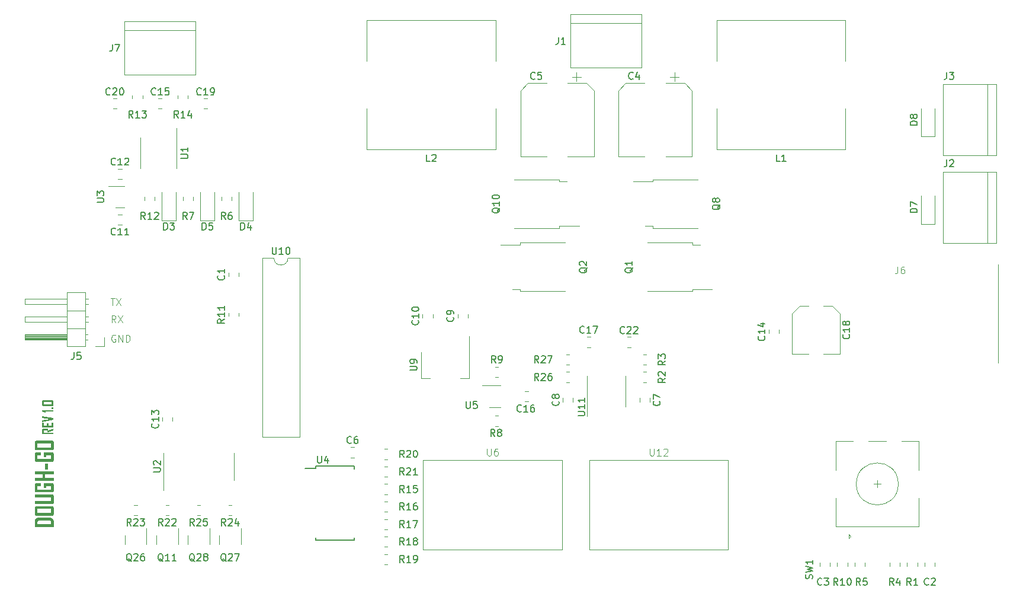
<source format=gbr>
%TF.GenerationSoftware,KiCad,Pcbnew,7.0.8*%
%TF.CreationDate,2023-12-05T22:14:15-08:00*%
%TF.ProjectId,Proofer_Project,50726f6f-6665-4725-9f50-726f6a656374,rev?*%
%TF.SameCoordinates,Original*%
%TF.FileFunction,Legend,Top*%
%TF.FilePolarity,Positive*%
%FSLAX46Y46*%
G04 Gerber Fmt 4.6, Leading zero omitted, Abs format (unit mm)*
G04 Created by KiCad (PCBNEW 7.0.8) date 2023-12-05 22:14:15*
%MOMM*%
%LPD*%
G01*
G04 APERTURE LIST*
%ADD10C,0.125000*%
%ADD11C,0.300000*%
%ADD12C,0.500000*%
%ADD13C,0.150000*%
%ADD14C,0.100000*%
%ADD15C,0.120000*%
G04 APERTURE END LIST*
D10*
X60844140Y-60753738D02*
X60748902Y-60706119D01*
X60748902Y-60706119D02*
X60606045Y-60706119D01*
X60606045Y-60706119D02*
X60463188Y-60753738D01*
X60463188Y-60753738D02*
X60367950Y-60848976D01*
X60367950Y-60848976D02*
X60320331Y-60944214D01*
X60320331Y-60944214D02*
X60272712Y-61134690D01*
X60272712Y-61134690D02*
X60272712Y-61277547D01*
X60272712Y-61277547D02*
X60320331Y-61468023D01*
X60320331Y-61468023D02*
X60367950Y-61563261D01*
X60367950Y-61563261D02*
X60463188Y-61658500D01*
X60463188Y-61658500D02*
X60606045Y-61706119D01*
X60606045Y-61706119D02*
X60701283Y-61706119D01*
X60701283Y-61706119D02*
X60844140Y-61658500D01*
X60844140Y-61658500D02*
X60891759Y-61610880D01*
X60891759Y-61610880D02*
X60891759Y-61277547D01*
X60891759Y-61277547D02*
X60701283Y-61277547D01*
X61320331Y-61706119D02*
X61320331Y-60706119D01*
X61320331Y-60706119D02*
X61891759Y-61706119D01*
X61891759Y-61706119D02*
X61891759Y-60706119D01*
X62367950Y-61706119D02*
X62367950Y-60706119D01*
X62367950Y-60706119D02*
X62606045Y-60706119D01*
X62606045Y-60706119D02*
X62748902Y-60753738D01*
X62748902Y-60753738D02*
X62844140Y-60848976D01*
X62844140Y-60848976D02*
X62891759Y-60944214D01*
X62891759Y-60944214D02*
X62939378Y-61134690D01*
X62939378Y-61134690D02*
X62939378Y-61277547D01*
X62939378Y-61277547D02*
X62891759Y-61468023D01*
X62891759Y-61468023D02*
X62844140Y-61563261D01*
X62844140Y-61563261D02*
X62748902Y-61658500D01*
X62748902Y-61658500D02*
X62606045Y-61706119D01*
X62606045Y-61706119D02*
X62367950Y-61706119D01*
X60891759Y-58956119D02*
X60558426Y-58479928D01*
X60320331Y-58956119D02*
X60320331Y-57956119D01*
X60320331Y-57956119D02*
X60701283Y-57956119D01*
X60701283Y-57956119D02*
X60796521Y-58003738D01*
X60796521Y-58003738D02*
X60844140Y-58051357D01*
X60844140Y-58051357D02*
X60891759Y-58146595D01*
X60891759Y-58146595D02*
X60891759Y-58289452D01*
X60891759Y-58289452D02*
X60844140Y-58384690D01*
X60844140Y-58384690D02*
X60796521Y-58432309D01*
X60796521Y-58432309D02*
X60701283Y-58479928D01*
X60701283Y-58479928D02*
X60320331Y-58479928D01*
X61225093Y-57956119D02*
X61891759Y-58956119D01*
X61891759Y-57956119D02*
X61225093Y-58956119D01*
X60177474Y-55456119D02*
X60748902Y-55456119D01*
X60463188Y-56456119D02*
X60463188Y-55456119D01*
X60986998Y-55456119D02*
X61653664Y-56456119D01*
X61653664Y-55456119D02*
X60986998Y-56456119D01*
D11*
G36*
X51995000Y-74077861D02*
G01*
X51995000Y-74329187D01*
X51248715Y-74595167D01*
X51231615Y-74595167D01*
X51216918Y-74595167D01*
X51197698Y-74595167D01*
X51180316Y-74595167D01*
X51160389Y-74595167D01*
X51145692Y-74595167D01*
X51129864Y-74595167D01*
X51112905Y-74595167D01*
X51104002Y-74595167D01*
X51104002Y-74358129D01*
X50611608Y-74358129D01*
X50611608Y-74661845D01*
X51995000Y-74661845D01*
X51995000Y-74903279D01*
X50377135Y-74903279D01*
X50377135Y-74263241D01*
X50377634Y-74245628D01*
X50379133Y-74229152D01*
X50381630Y-74213812D01*
X50387249Y-74192932D01*
X50395115Y-74174609D01*
X50405229Y-74158843D01*
X50417591Y-74145634D01*
X50432200Y-74134981D01*
X50449057Y-74126885D01*
X50468161Y-74121345D01*
X50489513Y-74118362D01*
X50504996Y-74117794D01*
X51116824Y-74117794D01*
X51132894Y-74118400D01*
X51147857Y-74120216D01*
X51166083Y-74124521D01*
X51182341Y-74130978D01*
X51196629Y-74139587D01*
X51208948Y-74150349D01*
X51219298Y-74163264D01*
X51227678Y-74178330D01*
X51231130Y-74186671D01*
X51235737Y-74203569D01*
X51238278Y-74218041D01*
X51240396Y-74235077D01*
X51242091Y-74254677D01*
X51243084Y-74271061D01*
X51243838Y-74288886D01*
X51244355Y-74308155D01*
X51244633Y-74328866D01*
X51244685Y-74343475D01*
X51995000Y-74077861D01*
G37*
G36*
X51995000Y-73267096D02*
G01*
X51995000Y-73936078D01*
X50377135Y-73936078D01*
X50377135Y-73273325D01*
X50611608Y-73273325D01*
X50611608Y-73694644D01*
X51057107Y-73694644D01*
X51057107Y-73331943D01*
X51291580Y-73331943D01*
X51291580Y-73694644D01*
X51760526Y-73694644D01*
X51760526Y-73267096D01*
X51995000Y-73267096D01*
G37*
G36*
X50377135Y-72303925D02*
G01*
X51995000Y-72612770D01*
X51995000Y-72853105D01*
X50377135Y-73161217D01*
X50377135Y-72919050D01*
X51484654Y-72738799D01*
X51500593Y-72738068D01*
X51518643Y-72737246D01*
X51534603Y-72736525D01*
X51551913Y-72735747D01*
X51570575Y-72734911D01*
X51585458Y-72734247D01*
X51601101Y-72733550D01*
X51617503Y-72732821D01*
X51623140Y-72732571D01*
X51607201Y-72732612D01*
X51589151Y-72732278D01*
X51573191Y-72731740D01*
X51555880Y-72730961D01*
X51537219Y-72729942D01*
X51522336Y-72729020D01*
X51506693Y-72727963D01*
X51490290Y-72726770D01*
X51484654Y-72726343D01*
X50377135Y-72544993D01*
X50377135Y-72303925D01*
G37*
G36*
X51995000Y-71449197D02*
G01*
X51995000Y-71686235D01*
X50846081Y-71686235D01*
X50846081Y-71778925D01*
X50810910Y-71778925D01*
X50377135Y-71653995D01*
X50377135Y-71449197D01*
X51995000Y-71449197D01*
G37*
G36*
X51995000Y-71034839D02*
G01*
X51995000Y-71266748D01*
X51737079Y-71266748D01*
X51737079Y-71034839D01*
X51995000Y-71034839D01*
G37*
G36*
X51882622Y-70072234D02*
G01*
X51903973Y-70075209D01*
X51923078Y-70080735D01*
X51939934Y-70088811D01*
X51954543Y-70099437D01*
X51966905Y-70112613D01*
X51977019Y-70128339D01*
X51984885Y-70146616D01*
X51990504Y-70167443D01*
X51993002Y-70182744D01*
X51994500Y-70199179D01*
X51995000Y-70216748D01*
X51995000Y-70719766D01*
X51994500Y-70737112D01*
X51993002Y-70753340D01*
X51990504Y-70768448D01*
X51984885Y-70789012D01*
X51977019Y-70807058D01*
X51966905Y-70822586D01*
X51954543Y-70835596D01*
X51939934Y-70846087D01*
X51923078Y-70854061D01*
X51903973Y-70859517D01*
X51882622Y-70862455D01*
X51867138Y-70863014D01*
X50504996Y-70863014D01*
X50489513Y-70862442D01*
X50468161Y-70859436D01*
X50449057Y-70853855D01*
X50432200Y-70845698D01*
X50417591Y-70834964D01*
X50405229Y-70821655D01*
X50395115Y-70805770D01*
X50387249Y-70787308D01*
X50381630Y-70766271D01*
X50379133Y-70750815D01*
X50377634Y-70734214D01*
X50377135Y-70716468D01*
X50377135Y-70307606D01*
X50611608Y-70307606D01*
X50611608Y-70625976D01*
X51760526Y-70625976D01*
X51760526Y-70307606D01*
X50611608Y-70307606D01*
X50377135Y-70307606D01*
X50377135Y-70216748D01*
X50377634Y-70199179D01*
X50379133Y-70182744D01*
X50381630Y-70167443D01*
X50387249Y-70146616D01*
X50395115Y-70128339D01*
X50405229Y-70112613D01*
X50417591Y-70099437D01*
X50432200Y-70088811D01*
X50449057Y-70080735D01*
X50468161Y-70075209D01*
X50489513Y-70072234D01*
X50504996Y-70071667D01*
X51867138Y-70071667D01*
X51882622Y-70072234D01*
G37*
D12*
G36*
X51558767Y-86828010D02*
G01*
X51587263Y-86829663D01*
X51614962Y-86832418D01*
X51641864Y-86836275D01*
X51667970Y-86841234D01*
X51693279Y-86847294D01*
X51717792Y-86854457D01*
X51741508Y-86862722D01*
X51764427Y-86872088D01*
X51786550Y-86882557D01*
X51818240Y-86900326D01*
X51848137Y-86920574D01*
X51876243Y-86943302D01*
X51902555Y-86968509D01*
X51926671Y-86995706D01*
X51948415Y-87024630D01*
X51967787Y-87055283D01*
X51984787Y-87087664D01*
X51994802Y-87110211D01*
X52003763Y-87133526D01*
X52011670Y-87157609D01*
X52018523Y-87182460D01*
X52024321Y-87208080D01*
X52029065Y-87234467D01*
X52032755Y-87261622D01*
X52035391Y-87289546D01*
X52036972Y-87318237D01*
X52037500Y-87347696D01*
X52037500Y-88167131D01*
X49341058Y-88167131D01*
X49341058Y-87764741D01*
X49731847Y-87764741D01*
X51646711Y-87764741D01*
X51646711Y-87476535D01*
X51645855Y-87446810D01*
X51643286Y-87419004D01*
X51639004Y-87393115D01*
X51633010Y-87369144D01*
X51620808Y-87336783D01*
X51604753Y-87308737D01*
X51584845Y-87285005D01*
X51561083Y-87265589D01*
X51533468Y-87250487D01*
X51501999Y-87239700D01*
X51466678Y-87233228D01*
X51440989Y-87231310D01*
X51427503Y-87231071D01*
X49947391Y-87231071D01*
X49921290Y-87231989D01*
X49896873Y-87234744D01*
X49863405Y-87242320D01*
X49833725Y-87254028D01*
X49807835Y-87269869D01*
X49785733Y-87289841D01*
X49767420Y-87313947D01*
X49752896Y-87342184D01*
X49742161Y-87374554D01*
X49735215Y-87411056D01*
X49732689Y-87437687D01*
X49731847Y-87466154D01*
X49731847Y-87764741D01*
X49341058Y-87764741D01*
X49341058Y-87347696D01*
X49341590Y-87318237D01*
X49343186Y-87289546D01*
X49345846Y-87261622D01*
X49349569Y-87234467D01*
X49354356Y-87208080D01*
X49360207Y-87182460D01*
X49367121Y-87157609D01*
X49375100Y-87133526D01*
X49384142Y-87110211D01*
X49394248Y-87087664D01*
X49405418Y-87065885D01*
X49424167Y-87034656D01*
X49445310Y-87005155D01*
X49468846Y-86977383D01*
X49477224Y-86968509D01*
X49503526Y-86943302D01*
X49531599Y-86920574D01*
X49561443Y-86900326D01*
X49593058Y-86882557D01*
X49626444Y-86867267D01*
X49649685Y-86858452D01*
X49673714Y-86850738D01*
X49698529Y-86844126D01*
X49724132Y-86838616D01*
X49750521Y-86834209D01*
X49777698Y-86830903D01*
X49805662Y-86828699D01*
X49834413Y-86827597D01*
X49849084Y-86827459D01*
X51529474Y-86827459D01*
X51558767Y-86828010D01*
G37*
G36*
X51850203Y-85171834D02*
G01*
X51885789Y-85176830D01*
X51917630Y-85186109D01*
X51945724Y-85199671D01*
X51970073Y-85217515D01*
X51990675Y-85239642D01*
X52007532Y-85266051D01*
X52020643Y-85296743D01*
X52030008Y-85331717D01*
X52034170Y-85357413D01*
X52036667Y-85385012D01*
X52037500Y-85414514D01*
X52037500Y-86287072D01*
X52036667Y-86315983D01*
X52034170Y-86343028D01*
X52030008Y-86368209D01*
X52020643Y-86402482D01*
X52007532Y-86432559D01*
X51990675Y-86458438D01*
X51970073Y-86480122D01*
X51945724Y-86497608D01*
X51917630Y-86510898D01*
X51885789Y-86519990D01*
X51850203Y-86524887D01*
X51824398Y-86525819D01*
X49554160Y-86525819D01*
X49528355Y-86524887D01*
X49492769Y-86519990D01*
X49460928Y-86510898D01*
X49432834Y-86497608D01*
X49408485Y-86480122D01*
X49387883Y-86458438D01*
X49371026Y-86432559D01*
X49357915Y-86402482D01*
X49348550Y-86368209D01*
X49344388Y-86343028D01*
X49341891Y-86315983D01*
X49341058Y-86287072D01*
X49341058Y-85572662D01*
X49731847Y-85572662D01*
X49731847Y-86123429D01*
X51646711Y-86123429D01*
X51646711Y-85572662D01*
X49731847Y-85572662D01*
X49341058Y-85572662D01*
X49341058Y-85414514D01*
X49341891Y-85385012D01*
X49344388Y-85357413D01*
X49348550Y-85331717D01*
X49354377Y-85307925D01*
X49366239Y-85275806D01*
X49381847Y-85247969D01*
X49401201Y-85224415D01*
X49424301Y-85205143D01*
X49451147Y-85190154D01*
X49481739Y-85179447D01*
X49516077Y-85173023D01*
X49541050Y-85171120D01*
X49554160Y-85170882D01*
X51824398Y-85170882D01*
X51850203Y-85171834D01*
G37*
G36*
X51824398Y-83512473D02*
G01*
X51850203Y-83513439D01*
X51885789Y-83518511D01*
X51917630Y-83527929D01*
X51945724Y-83541695D01*
X51970073Y-83559807D01*
X51990675Y-83582267D01*
X52007532Y-83609073D01*
X52020643Y-83640227D01*
X52030008Y-83675727D01*
X52034170Y-83701809D01*
X52036667Y-83729823D01*
X52037500Y-83759769D01*
X52037500Y-84613398D01*
X52036667Y-84642974D01*
X52034170Y-84670642D01*
X52030008Y-84696402D01*
X52024181Y-84720254D01*
X52012319Y-84752454D01*
X51996710Y-84780361D01*
X51977356Y-84803974D01*
X51954257Y-84823294D01*
X51927411Y-84838321D01*
X51896819Y-84849054D01*
X51862481Y-84855494D01*
X51837508Y-84857402D01*
X51824398Y-84857641D01*
X49341058Y-84857641D01*
X49341058Y-84455251D01*
X51646711Y-84455251D01*
X51646711Y-83914863D01*
X49341058Y-83914863D01*
X49341058Y-83512473D01*
X51824398Y-83512473D01*
G37*
G36*
X51824398Y-81869940D02*
G01*
X51850203Y-81870899D01*
X51885789Y-81875933D01*
X51917630Y-81885282D01*
X51945724Y-81898945D01*
X51970073Y-81916923D01*
X51990675Y-81939216D01*
X52007532Y-81965824D01*
X52020643Y-81996747D01*
X52030008Y-82031985D01*
X52034170Y-82057873D01*
X52036667Y-82085680D01*
X52037500Y-82115404D01*
X52037500Y-82960484D01*
X52036667Y-82989395D01*
X52034170Y-83016441D01*
X52030008Y-83041621D01*
X52020643Y-83075894D01*
X52007532Y-83105971D01*
X51990675Y-83131851D01*
X51970073Y-83153534D01*
X51945724Y-83171020D01*
X51917630Y-83184310D01*
X51885789Y-83193403D01*
X51850203Y-83198299D01*
X51824398Y-83199232D01*
X49554160Y-83199232D01*
X49528355Y-83198278D01*
X49492769Y-83193269D01*
X49460928Y-83183967D01*
X49432834Y-83170371D01*
X49408485Y-83152482D01*
X49387883Y-83130300D01*
X49371026Y-83103824D01*
X49357915Y-83073055D01*
X49348550Y-83037993D01*
X49344388Y-83012233D01*
X49341891Y-82984565D01*
X49341058Y-82954989D01*
X49341058Y-82115404D01*
X49341891Y-82085680D01*
X49344388Y-82057873D01*
X49348550Y-82031985D01*
X49354377Y-82008014D01*
X49366239Y-81975653D01*
X49381847Y-81947606D01*
X49401201Y-81923875D01*
X49424301Y-81904458D01*
X49451147Y-81889357D01*
X49481739Y-81878570D01*
X49516077Y-81872097D01*
X49541050Y-81870180D01*
X49554160Y-81869940D01*
X50161714Y-81869940D01*
X50161714Y-82273551D01*
X49731847Y-82273551D01*
X49731847Y-82796842D01*
X51646711Y-82796842D01*
X51646711Y-82273551D01*
X50982370Y-82273551D01*
X50982370Y-82572138D01*
X50591582Y-82572138D01*
X50591582Y-81869940D01*
X51824398Y-81869940D01*
G37*
G36*
X52037500Y-80206036D02*
G01*
X52037500Y-80611479D01*
X50826055Y-80611479D01*
X50826055Y-81155530D01*
X52037500Y-81155530D01*
X52037500Y-81557920D01*
X49341058Y-81557920D01*
X49341058Y-81155530D01*
X50435266Y-81155530D01*
X50435266Y-80611479D01*
X49341058Y-80611479D01*
X49341058Y-80206036D01*
X52037500Y-80206036D01*
G37*
G36*
X51216844Y-79108775D02*
G01*
X51216844Y-79927599D01*
X50826055Y-79927599D01*
X50826055Y-79108775D01*
X51216844Y-79108775D01*
G37*
G36*
X51824398Y-77490666D02*
G01*
X51850203Y-77491625D01*
X51885789Y-77496659D01*
X51917630Y-77506007D01*
X51945724Y-77519671D01*
X51970073Y-77537649D01*
X51990675Y-77559942D01*
X52007532Y-77586550D01*
X52020643Y-77617473D01*
X52030008Y-77652710D01*
X52034170Y-77678599D01*
X52036667Y-77706406D01*
X52037500Y-77736130D01*
X52037500Y-78581210D01*
X52036667Y-78610121D01*
X52034170Y-78637166D01*
X52030008Y-78662347D01*
X52020643Y-78696620D01*
X52007532Y-78726697D01*
X51990675Y-78752577D01*
X51970073Y-78774260D01*
X51945724Y-78791746D01*
X51917630Y-78805036D01*
X51885789Y-78814129D01*
X51850203Y-78819025D01*
X51824398Y-78819957D01*
X49554160Y-78819957D01*
X49528355Y-78819003D01*
X49492769Y-78813994D01*
X49460928Y-78804692D01*
X49432834Y-78791097D01*
X49408485Y-78773208D01*
X49387883Y-78751026D01*
X49371026Y-78724550D01*
X49357915Y-78693781D01*
X49348550Y-78658719D01*
X49344388Y-78632959D01*
X49341891Y-78605291D01*
X49341058Y-78575715D01*
X49341058Y-77736130D01*
X49341891Y-77706406D01*
X49344388Y-77678599D01*
X49348550Y-77652710D01*
X49354377Y-77628739D01*
X49366239Y-77596378D01*
X49381847Y-77568332D01*
X49401201Y-77544601D01*
X49424301Y-77525184D01*
X49451147Y-77510082D01*
X49481739Y-77499295D01*
X49516077Y-77492823D01*
X49541050Y-77490905D01*
X49554160Y-77490666D01*
X50161714Y-77490666D01*
X50161714Y-77894277D01*
X49731847Y-77894277D01*
X49731847Y-78417567D01*
X51646711Y-78417567D01*
X51646711Y-77894277D01*
X50982370Y-77894277D01*
X50982370Y-78192864D01*
X50591582Y-78192864D01*
X50591582Y-77490666D01*
X51824398Y-77490666D01*
G37*
G36*
X51850203Y-75824660D02*
G01*
X51885789Y-75829656D01*
X51917630Y-75838935D01*
X51945724Y-75852497D01*
X51970073Y-75870341D01*
X51990675Y-75892468D01*
X52007532Y-75918877D01*
X52020643Y-75949569D01*
X52030008Y-75984544D01*
X52034170Y-76010239D01*
X52036667Y-76037838D01*
X52037500Y-76067341D01*
X52037500Y-76939898D01*
X52036667Y-76968809D01*
X52034170Y-76995855D01*
X52030008Y-77021035D01*
X52020643Y-77055308D01*
X52007532Y-77085385D01*
X51990675Y-77111265D01*
X51970073Y-77132948D01*
X51945724Y-77150434D01*
X51917630Y-77163724D01*
X51885789Y-77172817D01*
X51850203Y-77177713D01*
X51824398Y-77178646D01*
X49554160Y-77178646D01*
X49528355Y-77177713D01*
X49492769Y-77172817D01*
X49460928Y-77163724D01*
X49432834Y-77150434D01*
X49408485Y-77132948D01*
X49387883Y-77111265D01*
X49371026Y-77085385D01*
X49357915Y-77055308D01*
X49348550Y-77021035D01*
X49344388Y-76995855D01*
X49341891Y-76968809D01*
X49341058Y-76939898D01*
X49341058Y-76225488D01*
X49731847Y-76225488D01*
X49731847Y-76776255D01*
X51646711Y-76776255D01*
X51646711Y-76225488D01*
X49731847Y-76225488D01*
X49341058Y-76225488D01*
X49341058Y-76067341D01*
X49341891Y-76037838D01*
X49344388Y-76010239D01*
X49348550Y-75984544D01*
X49354377Y-75960751D01*
X49366239Y-75928632D01*
X49381847Y-75900795D01*
X49401201Y-75877241D01*
X49424301Y-75857969D01*
X49451147Y-75842980D01*
X49481739Y-75832274D01*
X49516077Y-75825850D01*
X49541050Y-75823946D01*
X49554160Y-75823708D01*
X51824398Y-75823708D01*
X51850203Y-75824660D01*
G37*
D13*
X175454819Y-30738094D02*
X174454819Y-30738094D01*
X174454819Y-30738094D02*
X174454819Y-30499999D01*
X174454819Y-30499999D02*
X174502438Y-30357142D01*
X174502438Y-30357142D02*
X174597676Y-30261904D01*
X174597676Y-30261904D02*
X174692914Y-30214285D01*
X174692914Y-30214285D02*
X174883390Y-30166666D01*
X174883390Y-30166666D02*
X175026247Y-30166666D01*
X175026247Y-30166666D02*
X175216723Y-30214285D01*
X175216723Y-30214285D02*
X175311961Y-30261904D01*
X175311961Y-30261904D02*
X175407200Y-30357142D01*
X175407200Y-30357142D02*
X175454819Y-30499999D01*
X175454819Y-30499999D02*
X175454819Y-30738094D01*
X174883390Y-29595237D02*
X174835771Y-29690475D01*
X174835771Y-29690475D02*
X174788152Y-29738094D01*
X174788152Y-29738094D02*
X174692914Y-29785713D01*
X174692914Y-29785713D02*
X174645295Y-29785713D01*
X174645295Y-29785713D02*
X174550057Y-29738094D01*
X174550057Y-29738094D02*
X174502438Y-29690475D01*
X174502438Y-29690475D02*
X174454819Y-29595237D01*
X174454819Y-29595237D02*
X174454819Y-29404761D01*
X174454819Y-29404761D02*
X174502438Y-29309523D01*
X174502438Y-29309523D02*
X174550057Y-29261904D01*
X174550057Y-29261904D02*
X174645295Y-29214285D01*
X174645295Y-29214285D02*
X174692914Y-29214285D01*
X174692914Y-29214285D02*
X174788152Y-29261904D01*
X174788152Y-29261904D02*
X174835771Y-29309523D01*
X174835771Y-29309523D02*
X174883390Y-29404761D01*
X174883390Y-29404761D02*
X174883390Y-29595237D01*
X174883390Y-29595237D02*
X174931009Y-29690475D01*
X174931009Y-29690475D02*
X174978628Y-29738094D01*
X174978628Y-29738094D02*
X175073866Y-29785713D01*
X175073866Y-29785713D02*
X175264342Y-29785713D01*
X175264342Y-29785713D02*
X175359580Y-29738094D01*
X175359580Y-29738094D02*
X175407200Y-29690475D01*
X175407200Y-29690475D02*
X175454819Y-29595237D01*
X175454819Y-29595237D02*
X175454819Y-29404761D01*
X175454819Y-29404761D02*
X175407200Y-29309523D01*
X175407200Y-29309523D02*
X175359580Y-29261904D01*
X175359580Y-29261904D02*
X175264342Y-29214285D01*
X175264342Y-29214285D02*
X175073866Y-29214285D01*
X175073866Y-29214285D02*
X174978628Y-29261904D01*
X174978628Y-29261904D02*
X174931009Y-29309523D01*
X174931009Y-29309523D02*
X174883390Y-29404761D01*
X175454819Y-43238094D02*
X174454819Y-43238094D01*
X174454819Y-43238094D02*
X174454819Y-42999999D01*
X174454819Y-42999999D02*
X174502438Y-42857142D01*
X174502438Y-42857142D02*
X174597676Y-42761904D01*
X174597676Y-42761904D02*
X174692914Y-42714285D01*
X174692914Y-42714285D02*
X174883390Y-42666666D01*
X174883390Y-42666666D02*
X175026247Y-42666666D01*
X175026247Y-42666666D02*
X175216723Y-42714285D01*
X175216723Y-42714285D02*
X175311961Y-42761904D01*
X175311961Y-42761904D02*
X175407200Y-42857142D01*
X175407200Y-42857142D02*
X175454819Y-42999999D01*
X175454819Y-42999999D02*
X175454819Y-43238094D01*
X174454819Y-42333332D02*
X174454819Y-41666666D01*
X174454819Y-41666666D02*
X175454819Y-42095237D01*
X60416666Y-19204819D02*
X60416666Y-19919104D01*
X60416666Y-19919104D02*
X60369047Y-20061961D01*
X60369047Y-20061961D02*
X60273809Y-20157200D01*
X60273809Y-20157200D02*
X60130952Y-20204819D01*
X60130952Y-20204819D02*
X60035714Y-20204819D01*
X60797619Y-19204819D02*
X61464285Y-19204819D01*
X61464285Y-19204819D02*
X61035714Y-20204819D01*
X76678571Y-93050057D02*
X76583333Y-93002438D01*
X76583333Y-93002438D02*
X76488095Y-92907200D01*
X76488095Y-92907200D02*
X76345238Y-92764342D01*
X76345238Y-92764342D02*
X76250000Y-92716723D01*
X76250000Y-92716723D02*
X76154762Y-92716723D01*
X76202381Y-92954819D02*
X76107143Y-92907200D01*
X76107143Y-92907200D02*
X76011905Y-92811961D01*
X76011905Y-92811961D02*
X75964286Y-92621485D01*
X75964286Y-92621485D02*
X75964286Y-92288152D01*
X75964286Y-92288152D02*
X76011905Y-92097676D01*
X76011905Y-92097676D02*
X76107143Y-92002438D01*
X76107143Y-92002438D02*
X76202381Y-91954819D01*
X76202381Y-91954819D02*
X76392857Y-91954819D01*
X76392857Y-91954819D02*
X76488095Y-92002438D01*
X76488095Y-92002438D02*
X76583333Y-92097676D01*
X76583333Y-92097676D02*
X76630952Y-92288152D01*
X76630952Y-92288152D02*
X76630952Y-92621485D01*
X76630952Y-92621485D02*
X76583333Y-92811961D01*
X76583333Y-92811961D02*
X76488095Y-92907200D01*
X76488095Y-92907200D02*
X76392857Y-92954819D01*
X76392857Y-92954819D02*
X76202381Y-92954819D01*
X77011905Y-92050057D02*
X77059524Y-92002438D01*
X77059524Y-92002438D02*
X77154762Y-91954819D01*
X77154762Y-91954819D02*
X77392857Y-91954819D01*
X77392857Y-91954819D02*
X77488095Y-92002438D01*
X77488095Y-92002438D02*
X77535714Y-92050057D01*
X77535714Y-92050057D02*
X77583333Y-92145295D01*
X77583333Y-92145295D02*
X77583333Y-92240533D01*
X77583333Y-92240533D02*
X77535714Y-92383390D01*
X77535714Y-92383390D02*
X76964286Y-92954819D01*
X76964286Y-92954819D02*
X77583333Y-92954819D01*
X77916667Y-91954819D02*
X78583333Y-91954819D01*
X78583333Y-91954819D02*
X78154762Y-92954819D01*
X72178571Y-93050057D02*
X72083333Y-93002438D01*
X72083333Y-93002438D02*
X71988095Y-92907200D01*
X71988095Y-92907200D02*
X71845238Y-92764342D01*
X71845238Y-92764342D02*
X71750000Y-92716723D01*
X71750000Y-92716723D02*
X71654762Y-92716723D01*
X71702381Y-92954819D02*
X71607143Y-92907200D01*
X71607143Y-92907200D02*
X71511905Y-92811961D01*
X71511905Y-92811961D02*
X71464286Y-92621485D01*
X71464286Y-92621485D02*
X71464286Y-92288152D01*
X71464286Y-92288152D02*
X71511905Y-92097676D01*
X71511905Y-92097676D02*
X71607143Y-92002438D01*
X71607143Y-92002438D02*
X71702381Y-91954819D01*
X71702381Y-91954819D02*
X71892857Y-91954819D01*
X71892857Y-91954819D02*
X71988095Y-92002438D01*
X71988095Y-92002438D02*
X72083333Y-92097676D01*
X72083333Y-92097676D02*
X72130952Y-92288152D01*
X72130952Y-92288152D02*
X72130952Y-92621485D01*
X72130952Y-92621485D02*
X72083333Y-92811961D01*
X72083333Y-92811961D02*
X71988095Y-92907200D01*
X71988095Y-92907200D02*
X71892857Y-92954819D01*
X71892857Y-92954819D02*
X71702381Y-92954819D01*
X72511905Y-92050057D02*
X72559524Y-92002438D01*
X72559524Y-92002438D02*
X72654762Y-91954819D01*
X72654762Y-91954819D02*
X72892857Y-91954819D01*
X72892857Y-91954819D02*
X72988095Y-92002438D01*
X72988095Y-92002438D02*
X73035714Y-92050057D01*
X73035714Y-92050057D02*
X73083333Y-92145295D01*
X73083333Y-92145295D02*
X73083333Y-92240533D01*
X73083333Y-92240533D02*
X73035714Y-92383390D01*
X73035714Y-92383390D02*
X72464286Y-92954819D01*
X72464286Y-92954819D02*
X73083333Y-92954819D01*
X73654762Y-92383390D02*
X73559524Y-92335771D01*
X73559524Y-92335771D02*
X73511905Y-92288152D01*
X73511905Y-92288152D02*
X73464286Y-92192914D01*
X73464286Y-92192914D02*
X73464286Y-92145295D01*
X73464286Y-92145295D02*
X73511905Y-92050057D01*
X73511905Y-92050057D02*
X73559524Y-92002438D01*
X73559524Y-92002438D02*
X73654762Y-91954819D01*
X73654762Y-91954819D02*
X73845238Y-91954819D01*
X73845238Y-91954819D02*
X73940476Y-92002438D01*
X73940476Y-92002438D02*
X73988095Y-92050057D01*
X73988095Y-92050057D02*
X74035714Y-92145295D01*
X74035714Y-92145295D02*
X74035714Y-92192914D01*
X74035714Y-92192914D02*
X73988095Y-92288152D01*
X73988095Y-92288152D02*
X73940476Y-92335771D01*
X73940476Y-92335771D02*
X73845238Y-92383390D01*
X73845238Y-92383390D02*
X73654762Y-92383390D01*
X73654762Y-92383390D02*
X73559524Y-92431009D01*
X73559524Y-92431009D02*
X73511905Y-92478628D01*
X73511905Y-92478628D02*
X73464286Y-92573866D01*
X73464286Y-92573866D02*
X73464286Y-92764342D01*
X73464286Y-92764342D02*
X73511905Y-92859580D01*
X73511905Y-92859580D02*
X73559524Y-92907200D01*
X73559524Y-92907200D02*
X73654762Y-92954819D01*
X73654762Y-92954819D02*
X73845238Y-92954819D01*
X73845238Y-92954819D02*
X73940476Y-92907200D01*
X73940476Y-92907200D02*
X73988095Y-92859580D01*
X73988095Y-92859580D02*
X74035714Y-92764342D01*
X74035714Y-92764342D02*
X74035714Y-92573866D01*
X74035714Y-92573866D02*
X73988095Y-92478628D01*
X73988095Y-92478628D02*
X73940476Y-92431009D01*
X73940476Y-92431009D02*
X73845238Y-92383390D01*
X67678571Y-93050057D02*
X67583333Y-93002438D01*
X67583333Y-93002438D02*
X67488095Y-92907200D01*
X67488095Y-92907200D02*
X67345238Y-92764342D01*
X67345238Y-92764342D02*
X67250000Y-92716723D01*
X67250000Y-92716723D02*
X67154762Y-92716723D01*
X67202381Y-92954819D02*
X67107143Y-92907200D01*
X67107143Y-92907200D02*
X67011905Y-92811961D01*
X67011905Y-92811961D02*
X66964286Y-92621485D01*
X66964286Y-92621485D02*
X66964286Y-92288152D01*
X66964286Y-92288152D02*
X67011905Y-92097676D01*
X67011905Y-92097676D02*
X67107143Y-92002438D01*
X67107143Y-92002438D02*
X67202381Y-91954819D01*
X67202381Y-91954819D02*
X67392857Y-91954819D01*
X67392857Y-91954819D02*
X67488095Y-92002438D01*
X67488095Y-92002438D02*
X67583333Y-92097676D01*
X67583333Y-92097676D02*
X67630952Y-92288152D01*
X67630952Y-92288152D02*
X67630952Y-92621485D01*
X67630952Y-92621485D02*
X67583333Y-92811961D01*
X67583333Y-92811961D02*
X67488095Y-92907200D01*
X67488095Y-92907200D02*
X67392857Y-92954819D01*
X67392857Y-92954819D02*
X67202381Y-92954819D01*
X68583333Y-92954819D02*
X68011905Y-92954819D01*
X68297619Y-92954819D02*
X68297619Y-91954819D01*
X68297619Y-91954819D02*
X68202381Y-92097676D01*
X68202381Y-92097676D02*
X68107143Y-92192914D01*
X68107143Y-92192914D02*
X68011905Y-92240533D01*
X69535714Y-92954819D02*
X68964286Y-92954819D01*
X69250000Y-92954819D02*
X69250000Y-91954819D01*
X69250000Y-91954819D02*
X69154762Y-92097676D01*
X69154762Y-92097676D02*
X69059524Y-92192914D01*
X69059524Y-92192914D02*
X68964286Y-92240533D01*
X63178571Y-93050057D02*
X63083333Y-93002438D01*
X63083333Y-93002438D02*
X62988095Y-92907200D01*
X62988095Y-92907200D02*
X62845238Y-92764342D01*
X62845238Y-92764342D02*
X62750000Y-92716723D01*
X62750000Y-92716723D02*
X62654762Y-92716723D01*
X62702381Y-92954819D02*
X62607143Y-92907200D01*
X62607143Y-92907200D02*
X62511905Y-92811961D01*
X62511905Y-92811961D02*
X62464286Y-92621485D01*
X62464286Y-92621485D02*
X62464286Y-92288152D01*
X62464286Y-92288152D02*
X62511905Y-92097676D01*
X62511905Y-92097676D02*
X62607143Y-92002438D01*
X62607143Y-92002438D02*
X62702381Y-91954819D01*
X62702381Y-91954819D02*
X62892857Y-91954819D01*
X62892857Y-91954819D02*
X62988095Y-92002438D01*
X62988095Y-92002438D02*
X63083333Y-92097676D01*
X63083333Y-92097676D02*
X63130952Y-92288152D01*
X63130952Y-92288152D02*
X63130952Y-92621485D01*
X63130952Y-92621485D02*
X63083333Y-92811961D01*
X63083333Y-92811961D02*
X62988095Y-92907200D01*
X62988095Y-92907200D02*
X62892857Y-92954819D01*
X62892857Y-92954819D02*
X62702381Y-92954819D01*
X63511905Y-92050057D02*
X63559524Y-92002438D01*
X63559524Y-92002438D02*
X63654762Y-91954819D01*
X63654762Y-91954819D02*
X63892857Y-91954819D01*
X63892857Y-91954819D02*
X63988095Y-92002438D01*
X63988095Y-92002438D02*
X64035714Y-92050057D01*
X64035714Y-92050057D02*
X64083333Y-92145295D01*
X64083333Y-92145295D02*
X64083333Y-92240533D01*
X64083333Y-92240533D02*
X64035714Y-92383390D01*
X64035714Y-92383390D02*
X63464286Y-92954819D01*
X63464286Y-92954819D02*
X64083333Y-92954819D01*
X64940476Y-91954819D02*
X64750000Y-91954819D01*
X64750000Y-91954819D02*
X64654762Y-92002438D01*
X64654762Y-92002438D02*
X64607143Y-92050057D01*
X64607143Y-92050057D02*
X64511905Y-92192914D01*
X64511905Y-92192914D02*
X64464286Y-92383390D01*
X64464286Y-92383390D02*
X64464286Y-92764342D01*
X64464286Y-92764342D02*
X64511905Y-92859580D01*
X64511905Y-92859580D02*
X64559524Y-92907200D01*
X64559524Y-92907200D02*
X64654762Y-92954819D01*
X64654762Y-92954819D02*
X64845238Y-92954819D01*
X64845238Y-92954819D02*
X64940476Y-92907200D01*
X64940476Y-92907200D02*
X64988095Y-92859580D01*
X64988095Y-92859580D02*
X65035714Y-92764342D01*
X65035714Y-92764342D02*
X65035714Y-92526247D01*
X65035714Y-92526247D02*
X64988095Y-92431009D01*
X64988095Y-92431009D02*
X64940476Y-92383390D01*
X64940476Y-92383390D02*
X64845238Y-92335771D01*
X64845238Y-92335771D02*
X64654762Y-92335771D01*
X64654762Y-92335771D02*
X64559524Y-92383390D01*
X64559524Y-92383390D02*
X64511905Y-92431009D01*
X64511905Y-92431009D02*
X64464286Y-92526247D01*
X120833333Y-24109580D02*
X120785714Y-24157200D01*
X120785714Y-24157200D02*
X120642857Y-24204819D01*
X120642857Y-24204819D02*
X120547619Y-24204819D01*
X120547619Y-24204819D02*
X120404762Y-24157200D01*
X120404762Y-24157200D02*
X120309524Y-24061961D01*
X120309524Y-24061961D02*
X120261905Y-23966723D01*
X120261905Y-23966723D02*
X120214286Y-23776247D01*
X120214286Y-23776247D02*
X120214286Y-23633390D01*
X120214286Y-23633390D02*
X120261905Y-23442914D01*
X120261905Y-23442914D02*
X120309524Y-23347676D01*
X120309524Y-23347676D02*
X120404762Y-23252438D01*
X120404762Y-23252438D02*
X120547619Y-23204819D01*
X120547619Y-23204819D02*
X120642857Y-23204819D01*
X120642857Y-23204819D02*
X120785714Y-23252438D01*
X120785714Y-23252438D02*
X120833333Y-23300057D01*
X121738095Y-23204819D02*
X121261905Y-23204819D01*
X121261905Y-23204819D02*
X121214286Y-23681009D01*
X121214286Y-23681009D02*
X121261905Y-23633390D01*
X121261905Y-23633390D02*
X121357143Y-23585771D01*
X121357143Y-23585771D02*
X121595238Y-23585771D01*
X121595238Y-23585771D02*
X121690476Y-23633390D01*
X121690476Y-23633390D02*
X121738095Y-23681009D01*
X121738095Y-23681009D02*
X121785714Y-23776247D01*
X121785714Y-23776247D02*
X121785714Y-24014342D01*
X121785714Y-24014342D02*
X121738095Y-24109580D01*
X121738095Y-24109580D02*
X121690476Y-24157200D01*
X121690476Y-24157200D02*
X121595238Y-24204819D01*
X121595238Y-24204819D02*
X121357143Y-24204819D01*
X121357143Y-24204819D02*
X121261905Y-24157200D01*
X121261905Y-24157200D02*
X121214286Y-24109580D01*
X134833333Y-24109580D02*
X134785714Y-24157200D01*
X134785714Y-24157200D02*
X134642857Y-24204819D01*
X134642857Y-24204819D02*
X134547619Y-24204819D01*
X134547619Y-24204819D02*
X134404762Y-24157200D01*
X134404762Y-24157200D02*
X134309524Y-24061961D01*
X134309524Y-24061961D02*
X134261905Y-23966723D01*
X134261905Y-23966723D02*
X134214286Y-23776247D01*
X134214286Y-23776247D02*
X134214286Y-23633390D01*
X134214286Y-23633390D02*
X134261905Y-23442914D01*
X134261905Y-23442914D02*
X134309524Y-23347676D01*
X134309524Y-23347676D02*
X134404762Y-23252438D01*
X134404762Y-23252438D02*
X134547619Y-23204819D01*
X134547619Y-23204819D02*
X134642857Y-23204819D01*
X134642857Y-23204819D02*
X134785714Y-23252438D01*
X134785714Y-23252438D02*
X134833333Y-23300057D01*
X135690476Y-23538152D02*
X135690476Y-24204819D01*
X135452381Y-23157200D02*
X135214286Y-23871485D01*
X135214286Y-23871485D02*
X135833333Y-23871485D01*
X124166666Y-18204819D02*
X124166666Y-18919104D01*
X124166666Y-18919104D02*
X124119047Y-19061961D01*
X124119047Y-19061961D02*
X124023809Y-19157200D01*
X124023809Y-19157200D02*
X123880952Y-19204819D01*
X123880952Y-19204819D02*
X123785714Y-19204819D01*
X125166666Y-19204819D02*
X124595238Y-19204819D01*
X124880952Y-19204819D02*
X124880952Y-18204819D01*
X124880952Y-18204819D02*
X124785714Y-18347676D01*
X124785714Y-18347676D02*
X124690476Y-18442914D01*
X124690476Y-18442914D02*
X124595238Y-18490533D01*
X179666666Y-35704819D02*
X179666666Y-36419104D01*
X179666666Y-36419104D02*
X179619047Y-36561961D01*
X179619047Y-36561961D02*
X179523809Y-36657200D01*
X179523809Y-36657200D02*
X179380952Y-36704819D01*
X179380952Y-36704819D02*
X179285714Y-36704819D01*
X180095238Y-35800057D02*
X180142857Y-35752438D01*
X180142857Y-35752438D02*
X180238095Y-35704819D01*
X180238095Y-35704819D02*
X180476190Y-35704819D01*
X180476190Y-35704819D02*
X180571428Y-35752438D01*
X180571428Y-35752438D02*
X180619047Y-35800057D01*
X180619047Y-35800057D02*
X180666666Y-35895295D01*
X180666666Y-35895295D02*
X180666666Y-35990533D01*
X180666666Y-35990533D02*
X180619047Y-36133390D01*
X180619047Y-36133390D02*
X180047619Y-36704819D01*
X180047619Y-36704819D02*
X180666666Y-36704819D01*
X179666666Y-23204819D02*
X179666666Y-23919104D01*
X179666666Y-23919104D02*
X179619047Y-24061961D01*
X179619047Y-24061961D02*
X179523809Y-24157200D01*
X179523809Y-24157200D02*
X179380952Y-24204819D01*
X179380952Y-24204819D02*
X179285714Y-24204819D01*
X180047619Y-23204819D02*
X180666666Y-23204819D01*
X180666666Y-23204819D02*
X180333333Y-23585771D01*
X180333333Y-23585771D02*
X180476190Y-23585771D01*
X180476190Y-23585771D02*
X180571428Y-23633390D01*
X180571428Y-23633390D02*
X180619047Y-23681009D01*
X180619047Y-23681009D02*
X180666666Y-23776247D01*
X180666666Y-23776247D02*
X180666666Y-24014342D01*
X180666666Y-24014342D02*
X180619047Y-24109580D01*
X180619047Y-24109580D02*
X180571428Y-24157200D01*
X180571428Y-24157200D02*
X180476190Y-24204819D01*
X180476190Y-24204819D02*
X180190476Y-24204819D01*
X180190476Y-24204819D02*
X180095238Y-24157200D01*
X180095238Y-24157200D02*
X180047619Y-24109580D01*
X160447200Y-95526332D02*
X160494819Y-95383475D01*
X160494819Y-95383475D02*
X160494819Y-95145380D01*
X160494819Y-95145380D02*
X160447200Y-95050142D01*
X160447200Y-95050142D02*
X160399580Y-95002523D01*
X160399580Y-95002523D02*
X160304342Y-94954904D01*
X160304342Y-94954904D02*
X160209104Y-94954904D01*
X160209104Y-94954904D02*
X160113866Y-95002523D01*
X160113866Y-95002523D02*
X160066247Y-95050142D01*
X160066247Y-95050142D02*
X160018628Y-95145380D01*
X160018628Y-95145380D02*
X159971009Y-95335856D01*
X159971009Y-95335856D02*
X159923390Y-95431094D01*
X159923390Y-95431094D02*
X159875771Y-95478713D01*
X159875771Y-95478713D02*
X159780533Y-95526332D01*
X159780533Y-95526332D02*
X159685295Y-95526332D01*
X159685295Y-95526332D02*
X159590057Y-95478713D01*
X159590057Y-95478713D02*
X159542438Y-95431094D01*
X159542438Y-95431094D02*
X159494819Y-95335856D01*
X159494819Y-95335856D02*
X159494819Y-95097761D01*
X159494819Y-95097761D02*
X159542438Y-94954904D01*
X159494819Y-94621570D02*
X160494819Y-94383475D01*
X160494819Y-94383475D02*
X159780533Y-94192999D01*
X159780533Y-94192999D02*
X160494819Y-94002523D01*
X160494819Y-94002523D02*
X159494819Y-93764428D01*
X160494819Y-92859666D02*
X160494819Y-93431094D01*
X160494819Y-93145380D02*
X159494819Y-93145380D01*
X159494819Y-93145380D02*
X159637676Y-93240618D01*
X159637676Y-93240618D02*
X159732914Y-93335856D01*
X159732914Y-93335856D02*
X159780533Y-93431094D01*
X66304819Y-80261904D02*
X67114342Y-80261904D01*
X67114342Y-80261904D02*
X67209580Y-80214285D01*
X67209580Y-80214285D02*
X67257200Y-80166666D01*
X67257200Y-80166666D02*
X67304819Y-80071428D01*
X67304819Y-80071428D02*
X67304819Y-79880952D01*
X67304819Y-79880952D02*
X67257200Y-79785714D01*
X67257200Y-79785714D02*
X67209580Y-79738095D01*
X67209580Y-79738095D02*
X67114342Y-79690476D01*
X67114342Y-79690476D02*
X66304819Y-79690476D01*
X66400057Y-79261904D02*
X66352438Y-79214285D01*
X66352438Y-79214285D02*
X66304819Y-79119047D01*
X66304819Y-79119047D02*
X66304819Y-78880952D01*
X66304819Y-78880952D02*
X66352438Y-78785714D01*
X66352438Y-78785714D02*
X66400057Y-78738095D01*
X66400057Y-78738095D02*
X66495295Y-78690476D01*
X66495295Y-78690476D02*
X66590533Y-78690476D01*
X66590533Y-78690476D02*
X66733390Y-78738095D01*
X66733390Y-78738095D02*
X67304819Y-79309523D01*
X67304819Y-79309523D02*
X67304819Y-78690476D01*
X54916666Y-63204819D02*
X54916666Y-63919104D01*
X54916666Y-63919104D02*
X54869047Y-64061961D01*
X54869047Y-64061961D02*
X54773809Y-64157200D01*
X54773809Y-64157200D02*
X54630952Y-64204819D01*
X54630952Y-64204819D02*
X54535714Y-64204819D01*
X55869047Y-63204819D02*
X55392857Y-63204819D01*
X55392857Y-63204819D02*
X55345238Y-63681009D01*
X55345238Y-63681009D02*
X55392857Y-63633390D01*
X55392857Y-63633390D02*
X55488095Y-63585771D01*
X55488095Y-63585771D02*
X55726190Y-63585771D01*
X55726190Y-63585771D02*
X55821428Y-63633390D01*
X55821428Y-63633390D02*
X55869047Y-63681009D01*
X55869047Y-63681009D02*
X55916666Y-63776247D01*
X55916666Y-63776247D02*
X55916666Y-64014342D01*
X55916666Y-64014342D02*
X55869047Y-64109580D01*
X55869047Y-64109580D02*
X55821428Y-64157200D01*
X55821428Y-64157200D02*
X55726190Y-64204819D01*
X55726190Y-64204819D02*
X55488095Y-64204819D01*
X55488095Y-64204819D02*
X55392857Y-64157200D01*
X55392857Y-64157200D02*
X55345238Y-64109580D01*
X153609580Y-60892857D02*
X153657200Y-60940476D01*
X153657200Y-60940476D02*
X153704819Y-61083333D01*
X153704819Y-61083333D02*
X153704819Y-61178571D01*
X153704819Y-61178571D02*
X153657200Y-61321428D01*
X153657200Y-61321428D02*
X153561961Y-61416666D01*
X153561961Y-61416666D02*
X153466723Y-61464285D01*
X153466723Y-61464285D02*
X153276247Y-61511904D01*
X153276247Y-61511904D02*
X153133390Y-61511904D01*
X153133390Y-61511904D02*
X152942914Y-61464285D01*
X152942914Y-61464285D02*
X152847676Y-61416666D01*
X152847676Y-61416666D02*
X152752438Y-61321428D01*
X152752438Y-61321428D02*
X152704819Y-61178571D01*
X152704819Y-61178571D02*
X152704819Y-61083333D01*
X152704819Y-61083333D02*
X152752438Y-60940476D01*
X152752438Y-60940476D02*
X152800057Y-60892857D01*
X153704819Y-59940476D02*
X153704819Y-60511904D01*
X153704819Y-60226190D02*
X152704819Y-60226190D01*
X152704819Y-60226190D02*
X152847676Y-60321428D01*
X152847676Y-60321428D02*
X152942914Y-60416666D01*
X152942914Y-60416666D02*
X152990533Y-60511904D01*
X153038152Y-59083333D02*
X153704819Y-59083333D01*
X152657200Y-59321428D02*
X153371485Y-59559523D01*
X153371485Y-59559523D02*
X153371485Y-58940476D01*
X165709580Y-60642857D02*
X165757200Y-60690476D01*
X165757200Y-60690476D02*
X165804819Y-60833333D01*
X165804819Y-60833333D02*
X165804819Y-60928571D01*
X165804819Y-60928571D02*
X165757200Y-61071428D01*
X165757200Y-61071428D02*
X165661961Y-61166666D01*
X165661961Y-61166666D02*
X165566723Y-61214285D01*
X165566723Y-61214285D02*
X165376247Y-61261904D01*
X165376247Y-61261904D02*
X165233390Y-61261904D01*
X165233390Y-61261904D02*
X165042914Y-61214285D01*
X165042914Y-61214285D02*
X164947676Y-61166666D01*
X164947676Y-61166666D02*
X164852438Y-61071428D01*
X164852438Y-61071428D02*
X164804819Y-60928571D01*
X164804819Y-60928571D02*
X164804819Y-60833333D01*
X164804819Y-60833333D02*
X164852438Y-60690476D01*
X164852438Y-60690476D02*
X164900057Y-60642857D01*
X165804819Y-59690476D02*
X165804819Y-60261904D01*
X165804819Y-59976190D02*
X164804819Y-59976190D01*
X164804819Y-59976190D02*
X164947676Y-60071428D01*
X164947676Y-60071428D02*
X165042914Y-60166666D01*
X165042914Y-60166666D02*
X165090533Y-60261904D01*
X165233390Y-59119047D02*
X165185771Y-59214285D01*
X165185771Y-59214285D02*
X165138152Y-59261904D01*
X165138152Y-59261904D02*
X165042914Y-59309523D01*
X165042914Y-59309523D02*
X164995295Y-59309523D01*
X164995295Y-59309523D02*
X164900057Y-59261904D01*
X164900057Y-59261904D02*
X164852438Y-59214285D01*
X164852438Y-59214285D02*
X164804819Y-59119047D01*
X164804819Y-59119047D02*
X164804819Y-58928571D01*
X164804819Y-58928571D02*
X164852438Y-58833333D01*
X164852438Y-58833333D02*
X164900057Y-58785714D01*
X164900057Y-58785714D02*
X164995295Y-58738095D01*
X164995295Y-58738095D02*
X165042914Y-58738095D01*
X165042914Y-58738095D02*
X165138152Y-58785714D01*
X165138152Y-58785714D02*
X165185771Y-58833333D01*
X165185771Y-58833333D02*
X165233390Y-58928571D01*
X165233390Y-58928571D02*
X165233390Y-59119047D01*
X165233390Y-59119047D02*
X165281009Y-59214285D01*
X165281009Y-59214285D02*
X165328628Y-59261904D01*
X165328628Y-59261904D02*
X165423866Y-59309523D01*
X165423866Y-59309523D02*
X165614342Y-59309523D01*
X165614342Y-59309523D02*
X165709580Y-59261904D01*
X165709580Y-59261904D02*
X165757200Y-59214285D01*
X165757200Y-59214285D02*
X165804819Y-59119047D01*
X165804819Y-59119047D02*
X165804819Y-58928571D01*
X165804819Y-58928571D02*
X165757200Y-58833333D01*
X165757200Y-58833333D02*
X165709580Y-58785714D01*
X165709580Y-58785714D02*
X165614342Y-58738095D01*
X165614342Y-58738095D02*
X165423866Y-58738095D01*
X165423866Y-58738095D02*
X165328628Y-58785714D01*
X165328628Y-58785714D02*
X165281009Y-58833333D01*
X165281009Y-58833333D02*
X165233390Y-58928571D01*
X133607142Y-60429580D02*
X133559523Y-60477200D01*
X133559523Y-60477200D02*
X133416666Y-60524819D01*
X133416666Y-60524819D02*
X133321428Y-60524819D01*
X133321428Y-60524819D02*
X133178571Y-60477200D01*
X133178571Y-60477200D02*
X133083333Y-60381961D01*
X133083333Y-60381961D02*
X133035714Y-60286723D01*
X133035714Y-60286723D02*
X132988095Y-60096247D01*
X132988095Y-60096247D02*
X132988095Y-59953390D01*
X132988095Y-59953390D02*
X133035714Y-59762914D01*
X133035714Y-59762914D02*
X133083333Y-59667676D01*
X133083333Y-59667676D02*
X133178571Y-59572438D01*
X133178571Y-59572438D02*
X133321428Y-59524819D01*
X133321428Y-59524819D02*
X133416666Y-59524819D01*
X133416666Y-59524819D02*
X133559523Y-59572438D01*
X133559523Y-59572438D02*
X133607142Y-59620057D01*
X133988095Y-59620057D02*
X134035714Y-59572438D01*
X134035714Y-59572438D02*
X134130952Y-59524819D01*
X134130952Y-59524819D02*
X134369047Y-59524819D01*
X134369047Y-59524819D02*
X134464285Y-59572438D01*
X134464285Y-59572438D02*
X134511904Y-59620057D01*
X134511904Y-59620057D02*
X134559523Y-59715295D01*
X134559523Y-59715295D02*
X134559523Y-59810533D01*
X134559523Y-59810533D02*
X134511904Y-59953390D01*
X134511904Y-59953390D02*
X133940476Y-60524819D01*
X133940476Y-60524819D02*
X134559523Y-60524819D01*
X134940476Y-59620057D02*
X134988095Y-59572438D01*
X134988095Y-59572438D02*
X135083333Y-59524819D01*
X135083333Y-59524819D02*
X135321428Y-59524819D01*
X135321428Y-59524819D02*
X135416666Y-59572438D01*
X135416666Y-59572438D02*
X135464285Y-59620057D01*
X135464285Y-59620057D02*
X135511904Y-59715295D01*
X135511904Y-59715295D02*
X135511904Y-59810533D01*
X135511904Y-59810533D02*
X135464285Y-59953390D01*
X135464285Y-59953390D02*
X134892857Y-60524819D01*
X134892857Y-60524819D02*
X135511904Y-60524819D01*
X127857142Y-60359580D02*
X127809523Y-60407200D01*
X127809523Y-60407200D02*
X127666666Y-60454819D01*
X127666666Y-60454819D02*
X127571428Y-60454819D01*
X127571428Y-60454819D02*
X127428571Y-60407200D01*
X127428571Y-60407200D02*
X127333333Y-60311961D01*
X127333333Y-60311961D02*
X127285714Y-60216723D01*
X127285714Y-60216723D02*
X127238095Y-60026247D01*
X127238095Y-60026247D02*
X127238095Y-59883390D01*
X127238095Y-59883390D02*
X127285714Y-59692914D01*
X127285714Y-59692914D02*
X127333333Y-59597676D01*
X127333333Y-59597676D02*
X127428571Y-59502438D01*
X127428571Y-59502438D02*
X127571428Y-59454819D01*
X127571428Y-59454819D02*
X127666666Y-59454819D01*
X127666666Y-59454819D02*
X127809523Y-59502438D01*
X127809523Y-59502438D02*
X127857142Y-59550057D01*
X128809523Y-60454819D02*
X128238095Y-60454819D01*
X128523809Y-60454819D02*
X128523809Y-59454819D01*
X128523809Y-59454819D02*
X128428571Y-59597676D01*
X128428571Y-59597676D02*
X128333333Y-59692914D01*
X128333333Y-59692914D02*
X128238095Y-59740533D01*
X129142857Y-59454819D02*
X129809523Y-59454819D01*
X129809523Y-59454819D02*
X129380952Y-60454819D01*
X76359580Y-52241666D02*
X76407200Y-52289285D01*
X76407200Y-52289285D02*
X76454819Y-52432142D01*
X76454819Y-52432142D02*
X76454819Y-52527380D01*
X76454819Y-52527380D02*
X76407200Y-52670237D01*
X76407200Y-52670237D02*
X76311961Y-52765475D01*
X76311961Y-52765475D02*
X76216723Y-52813094D01*
X76216723Y-52813094D02*
X76026247Y-52860713D01*
X76026247Y-52860713D02*
X75883390Y-52860713D01*
X75883390Y-52860713D02*
X75692914Y-52813094D01*
X75692914Y-52813094D02*
X75597676Y-52765475D01*
X75597676Y-52765475D02*
X75502438Y-52670237D01*
X75502438Y-52670237D02*
X75454819Y-52527380D01*
X75454819Y-52527380D02*
X75454819Y-52432142D01*
X75454819Y-52432142D02*
X75502438Y-52289285D01*
X75502438Y-52289285D02*
X75550057Y-52241666D01*
X76454819Y-51289285D02*
X76454819Y-51860713D01*
X76454819Y-51574999D02*
X75454819Y-51574999D01*
X75454819Y-51574999D02*
X75597676Y-51670237D01*
X75597676Y-51670237D02*
X75692914Y-51765475D01*
X75692914Y-51765475D02*
X75740533Y-51860713D01*
X94583333Y-76109580D02*
X94535714Y-76157200D01*
X94535714Y-76157200D02*
X94392857Y-76204819D01*
X94392857Y-76204819D02*
X94297619Y-76204819D01*
X94297619Y-76204819D02*
X94154762Y-76157200D01*
X94154762Y-76157200D02*
X94059524Y-76061961D01*
X94059524Y-76061961D02*
X94011905Y-75966723D01*
X94011905Y-75966723D02*
X93964286Y-75776247D01*
X93964286Y-75776247D02*
X93964286Y-75633390D01*
X93964286Y-75633390D02*
X94011905Y-75442914D01*
X94011905Y-75442914D02*
X94059524Y-75347676D01*
X94059524Y-75347676D02*
X94154762Y-75252438D01*
X94154762Y-75252438D02*
X94297619Y-75204819D01*
X94297619Y-75204819D02*
X94392857Y-75204819D01*
X94392857Y-75204819D02*
X94535714Y-75252438D01*
X94535714Y-75252438D02*
X94583333Y-75300057D01*
X95440476Y-75204819D02*
X95250000Y-75204819D01*
X95250000Y-75204819D02*
X95154762Y-75252438D01*
X95154762Y-75252438D02*
X95107143Y-75300057D01*
X95107143Y-75300057D02*
X95011905Y-75442914D01*
X95011905Y-75442914D02*
X94964286Y-75633390D01*
X94964286Y-75633390D02*
X94964286Y-76014342D01*
X94964286Y-76014342D02*
X95011905Y-76109580D01*
X95011905Y-76109580D02*
X95059524Y-76157200D01*
X95059524Y-76157200D02*
X95154762Y-76204819D01*
X95154762Y-76204819D02*
X95345238Y-76204819D01*
X95345238Y-76204819D02*
X95440476Y-76157200D01*
X95440476Y-76157200D02*
X95488095Y-76109580D01*
X95488095Y-76109580D02*
X95535714Y-76014342D01*
X95535714Y-76014342D02*
X95535714Y-75776247D01*
X95535714Y-75776247D02*
X95488095Y-75681009D01*
X95488095Y-75681009D02*
X95440476Y-75633390D01*
X95440476Y-75633390D02*
X95345238Y-75585771D01*
X95345238Y-75585771D02*
X95154762Y-75585771D01*
X95154762Y-75585771D02*
X95059524Y-75633390D01*
X95059524Y-75633390D02*
X95011905Y-75681009D01*
X95011905Y-75681009D02*
X94964286Y-75776247D01*
X155833333Y-35954819D02*
X155357143Y-35954819D01*
X155357143Y-35954819D02*
X155357143Y-34954819D01*
X156690476Y-35954819D02*
X156119048Y-35954819D01*
X156404762Y-35954819D02*
X156404762Y-34954819D01*
X156404762Y-34954819D02*
X156309524Y-35097676D01*
X156309524Y-35097676D02*
X156214286Y-35192914D01*
X156214286Y-35192914D02*
X156119048Y-35240533D01*
X105833333Y-35954819D02*
X105357143Y-35954819D01*
X105357143Y-35954819D02*
X105357143Y-34954819D01*
X106119048Y-35050057D02*
X106166667Y-35002438D01*
X106166667Y-35002438D02*
X106261905Y-34954819D01*
X106261905Y-34954819D02*
X106500000Y-34954819D01*
X106500000Y-34954819D02*
X106595238Y-35002438D01*
X106595238Y-35002438D02*
X106642857Y-35050057D01*
X106642857Y-35050057D02*
X106690476Y-35145295D01*
X106690476Y-35145295D02*
X106690476Y-35240533D01*
X106690476Y-35240533D02*
X106642857Y-35383390D01*
X106642857Y-35383390D02*
X106071429Y-35954819D01*
X106071429Y-35954819D02*
X106690476Y-35954819D01*
X109109580Y-58166666D02*
X109157200Y-58214285D01*
X109157200Y-58214285D02*
X109204819Y-58357142D01*
X109204819Y-58357142D02*
X109204819Y-58452380D01*
X109204819Y-58452380D02*
X109157200Y-58595237D01*
X109157200Y-58595237D02*
X109061961Y-58690475D01*
X109061961Y-58690475D02*
X108966723Y-58738094D01*
X108966723Y-58738094D02*
X108776247Y-58785713D01*
X108776247Y-58785713D02*
X108633390Y-58785713D01*
X108633390Y-58785713D02*
X108442914Y-58738094D01*
X108442914Y-58738094D02*
X108347676Y-58690475D01*
X108347676Y-58690475D02*
X108252438Y-58595237D01*
X108252438Y-58595237D02*
X108204819Y-58452380D01*
X108204819Y-58452380D02*
X108204819Y-58357142D01*
X108204819Y-58357142D02*
X108252438Y-58214285D01*
X108252438Y-58214285D02*
X108300057Y-58166666D01*
X109204819Y-57690475D02*
X109204819Y-57499999D01*
X109204819Y-57499999D02*
X109157200Y-57404761D01*
X109157200Y-57404761D02*
X109109580Y-57357142D01*
X109109580Y-57357142D02*
X108966723Y-57261904D01*
X108966723Y-57261904D02*
X108776247Y-57214285D01*
X108776247Y-57214285D02*
X108395295Y-57214285D01*
X108395295Y-57214285D02*
X108300057Y-57261904D01*
X108300057Y-57261904D02*
X108252438Y-57309523D01*
X108252438Y-57309523D02*
X108204819Y-57404761D01*
X108204819Y-57404761D02*
X108204819Y-57595237D01*
X108204819Y-57595237D02*
X108252438Y-57690475D01*
X108252438Y-57690475D02*
X108300057Y-57738094D01*
X108300057Y-57738094D02*
X108395295Y-57785713D01*
X108395295Y-57785713D02*
X108633390Y-57785713D01*
X108633390Y-57785713D02*
X108728628Y-57738094D01*
X108728628Y-57738094D02*
X108776247Y-57690475D01*
X108776247Y-57690475D02*
X108823866Y-57595237D01*
X108823866Y-57595237D02*
X108823866Y-57404761D01*
X108823866Y-57404761D02*
X108776247Y-57309523D01*
X108776247Y-57309523D02*
X108728628Y-57261904D01*
X108728628Y-57261904D02*
X108633390Y-57214285D01*
X104109580Y-58642857D02*
X104157200Y-58690476D01*
X104157200Y-58690476D02*
X104204819Y-58833333D01*
X104204819Y-58833333D02*
X104204819Y-58928571D01*
X104204819Y-58928571D02*
X104157200Y-59071428D01*
X104157200Y-59071428D02*
X104061961Y-59166666D01*
X104061961Y-59166666D02*
X103966723Y-59214285D01*
X103966723Y-59214285D02*
X103776247Y-59261904D01*
X103776247Y-59261904D02*
X103633390Y-59261904D01*
X103633390Y-59261904D02*
X103442914Y-59214285D01*
X103442914Y-59214285D02*
X103347676Y-59166666D01*
X103347676Y-59166666D02*
X103252438Y-59071428D01*
X103252438Y-59071428D02*
X103204819Y-58928571D01*
X103204819Y-58928571D02*
X103204819Y-58833333D01*
X103204819Y-58833333D02*
X103252438Y-58690476D01*
X103252438Y-58690476D02*
X103300057Y-58642857D01*
X104204819Y-57690476D02*
X104204819Y-58261904D01*
X104204819Y-57976190D02*
X103204819Y-57976190D01*
X103204819Y-57976190D02*
X103347676Y-58071428D01*
X103347676Y-58071428D02*
X103442914Y-58166666D01*
X103442914Y-58166666D02*
X103490533Y-58261904D01*
X103204819Y-57071428D02*
X103204819Y-56976190D01*
X103204819Y-56976190D02*
X103252438Y-56880952D01*
X103252438Y-56880952D02*
X103300057Y-56833333D01*
X103300057Y-56833333D02*
X103395295Y-56785714D01*
X103395295Y-56785714D02*
X103585771Y-56738095D01*
X103585771Y-56738095D02*
X103823866Y-56738095D01*
X103823866Y-56738095D02*
X104014342Y-56785714D01*
X104014342Y-56785714D02*
X104109580Y-56833333D01*
X104109580Y-56833333D02*
X104157200Y-56880952D01*
X104157200Y-56880952D02*
X104204819Y-56976190D01*
X104204819Y-56976190D02*
X104204819Y-57071428D01*
X104204819Y-57071428D02*
X104157200Y-57166666D01*
X104157200Y-57166666D02*
X104109580Y-57214285D01*
X104109580Y-57214285D02*
X104014342Y-57261904D01*
X104014342Y-57261904D02*
X103823866Y-57309523D01*
X103823866Y-57309523D02*
X103585771Y-57309523D01*
X103585771Y-57309523D02*
X103395295Y-57261904D01*
X103395295Y-57261904D02*
X103300057Y-57214285D01*
X103300057Y-57214285D02*
X103252438Y-57166666D01*
X103252438Y-57166666D02*
X103204819Y-57071428D01*
X76454819Y-58467857D02*
X75978628Y-58801190D01*
X76454819Y-59039285D02*
X75454819Y-59039285D01*
X75454819Y-59039285D02*
X75454819Y-58658333D01*
X75454819Y-58658333D02*
X75502438Y-58563095D01*
X75502438Y-58563095D02*
X75550057Y-58515476D01*
X75550057Y-58515476D02*
X75645295Y-58467857D01*
X75645295Y-58467857D02*
X75788152Y-58467857D01*
X75788152Y-58467857D02*
X75883390Y-58515476D01*
X75883390Y-58515476D02*
X75931009Y-58563095D01*
X75931009Y-58563095D02*
X75978628Y-58658333D01*
X75978628Y-58658333D02*
X75978628Y-59039285D01*
X76454819Y-57515476D02*
X76454819Y-58086904D01*
X76454819Y-57801190D02*
X75454819Y-57801190D01*
X75454819Y-57801190D02*
X75597676Y-57896428D01*
X75597676Y-57896428D02*
X75692914Y-57991666D01*
X75692914Y-57991666D02*
X75740533Y-58086904D01*
X76454819Y-56563095D02*
X76454819Y-57134523D01*
X76454819Y-56848809D02*
X75454819Y-56848809D01*
X75454819Y-56848809D02*
X75597676Y-56944047D01*
X75597676Y-56944047D02*
X75692914Y-57039285D01*
X75692914Y-57039285D02*
X75740533Y-57134523D01*
X102107142Y-83204819D02*
X101773809Y-82728628D01*
X101535714Y-83204819D02*
X101535714Y-82204819D01*
X101535714Y-82204819D02*
X101916666Y-82204819D01*
X101916666Y-82204819D02*
X102011904Y-82252438D01*
X102011904Y-82252438D02*
X102059523Y-82300057D01*
X102059523Y-82300057D02*
X102107142Y-82395295D01*
X102107142Y-82395295D02*
X102107142Y-82538152D01*
X102107142Y-82538152D02*
X102059523Y-82633390D01*
X102059523Y-82633390D02*
X102011904Y-82681009D01*
X102011904Y-82681009D02*
X101916666Y-82728628D01*
X101916666Y-82728628D02*
X101535714Y-82728628D01*
X103059523Y-83204819D02*
X102488095Y-83204819D01*
X102773809Y-83204819D02*
X102773809Y-82204819D01*
X102773809Y-82204819D02*
X102678571Y-82347676D01*
X102678571Y-82347676D02*
X102583333Y-82442914D01*
X102583333Y-82442914D02*
X102488095Y-82490533D01*
X103964285Y-82204819D02*
X103488095Y-82204819D01*
X103488095Y-82204819D02*
X103440476Y-82681009D01*
X103440476Y-82681009D02*
X103488095Y-82633390D01*
X103488095Y-82633390D02*
X103583333Y-82585771D01*
X103583333Y-82585771D02*
X103821428Y-82585771D01*
X103821428Y-82585771D02*
X103916666Y-82633390D01*
X103916666Y-82633390D02*
X103964285Y-82681009D01*
X103964285Y-82681009D02*
X104011904Y-82776247D01*
X104011904Y-82776247D02*
X104011904Y-83014342D01*
X104011904Y-83014342D02*
X103964285Y-83109580D01*
X103964285Y-83109580D02*
X103916666Y-83157200D01*
X103916666Y-83157200D02*
X103821428Y-83204819D01*
X103821428Y-83204819D02*
X103583333Y-83204819D01*
X103583333Y-83204819D02*
X103488095Y-83157200D01*
X103488095Y-83157200D02*
X103440476Y-83109580D01*
X102107142Y-85704819D02*
X101773809Y-85228628D01*
X101535714Y-85704819D02*
X101535714Y-84704819D01*
X101535714Y-84704819D02*
X101916666Y-84704819D01*
X101916666Y-84704819D02*
X102011904Y-84752438D01*
X102011904Y-84752438D02*
X102059523Y-84800057D01*
X102059523Y-84800057D02*
X102107142Y-84895295D01*
X102107142Y-84895295D02*
X102107142Y-85038152D01*
X102107142Y-85038152D02*
X102059523Y-85133390D01*
X102059523Y-85133390D02*
X102011904Y-85181009D01*
X102011904Y-85181009D02*
X101916666Y-85228628D01*
X101916666Y-85228628D02*
X101535714Y-85228628D01*
X103059523Y-85704819D02*
X102488095Y-85704819D01*
X102773809Y-85704819D02*
X102773809Y-84704819D01*
X102773809Y-84704819D02*
X102678571Y-84847676D01*
X102678571Y-84847676D02*
X102583333Y-84942914D01*
X102583333Y-84942914D02*
X102488095Y-84990533D01*
X103916666Y-84704819D02*
X103726190Y-84704819D01*
X103726190Y-84704819D02*
X103630952Y-84752438D01*
X103630952Y-84752438D02*
X103583333Y-84800057D01*
X103583333Y-84800057D02*
X103488095Y-84942914D01*
X103488095Y-84942914D02*
X103440476Y-85133390D01*
X103440476Y-85133390D02*
X103440476Y-85514342D01*
X103440476Y-85514342D02*
X103488095Y-85609580D01*
X103488095Y-85609580D02*
X103535714Y-85657200D01*
X103535714Y-85657200D02*
X103630952Y-85704819D01*
X103630952Y-85704819D02*
X103821428Y-85704819D01*
X103821428Y-85704819D02*
X103916666Y-85657200D01*
X103916666Y-85657200D02*
X103964285Y-85609580D01*
X103964285Y-85609580D02*
X104011904Y-85514342D01*
X104011904Y-85514342D02*
X104011904Y-85276247D01*
X104011904Y-85276247D02*
X103964285Y-85181009D01*
X103964285Y-85181009D02*
X103916666Y-85133390D01*
X103916666Y-85133390D02*
X103821428Y-85085771D01*
X103821428Y-85085771D02*
X103630952Y-85085771D01*
X103630952Y-85085771D02*
X103535714Y-85133390D01*
X103535714Y-85133390D02*
X103488095Y-85181009D01*
X103488095Y-85181009D02*
X103440476Y-85276247D01*
X102107142Y-88204819D02*
X101773809Y-87728628D01*
X101535714Y-88204819D02*
X101535714Y-87204819D01*
X101535714Y-87204819D02*
X101916666Y-87204819D01*
X101916666Y-87204819D02*
X102011904Y-87252438D01*
X102011904Y-87252438D02*
X102059523Y-87300057D01*
X102059523Y-87300057D02*
X102107142Y-87395295D01*
X102107142Y-87395295D02*
X102107142Y-87538152D01*
X102107142Y-87538152D02*
X102059523Y-87633390D01*
X102059523Y-87633390D02*
X102011904Y-87681009D01*
X102011904Y-87681009D02*
X101916666Y-87728628D01*
X101916666Y-87728628D02*
X101535714Y-87728628D01*
X103059523Y-88204819D02*
X102488095Y-88204819D01*
X102773809Y-88204819D02*
X102773809Y-87204819D01*
X102773809Y-87204819D02*
X102678571Y-87347676D01*
X102678571Y-87347676D02*
X102583333Y-87442914D01*
X102583333Y-87442914D02*
X102488095Y-87490533D01*
X103392857Y-87204819D02*
X104059523Y-87204819D01*
X104059523Y-87204819D02*
X103630952Y-88204819D01*
X102107142Y-90704819D02*
X101773809Y-90228628D01*
X101535714Y-90704819D02*
X101535714Y-89704819D01*
X101535714Y-89704819D02*
X101916666Y-89704819D01*
X101916666Y-89704819D02*
X102011904Y-89752438D01*
X102011904Y-89752438D02*
X102059523Y-89800057D01*
X102059523Y-89800057D02*
X102107142Y-89895295D01*
X102107142Y-89895295D02*
X102107142Y-90038152D01*
X102107142Y-90038152D02*
X102059523Y-90133390D01*
X102059523Y-90133390D02*
X102011904Y-90181009D01*
X102011904Y-90181009D02*
X101916666Y-90228628D01*
X101916666Y-90228628D02*
X101535714Y-90228628D01*
X103059523Y-90704819D02*
X102488095Y-90704819D01*
X102773809Y-90704819D02*
X102773809Y-89704819D01*
X102773809Y-89704819D02*
X102678571Y-89847676D01*
X102678571Y-89847676D02*
X102583333Y-89942914D01*
X102583333Y-89942914D02*
X102488095Y-89990533D01*
X103630952Y-90133390D02*
X103535714Y-90085771D01*
X103535714Y-90085771D02*
X103488095Y-90038152D01*
X103488095Y-90038152D02*
X103440476Y-89942914D01*
X103440476Y-89942914D02*
X103440476Y-89895295D01*
X103440476Y-89895295D02*
X103488095Y-89800057D01*
X103488095Y-89800057D02*
X103535714Y-89752438D01*
X103535714Y-89752438D02*
X103630952Y-89704819D01*
X103630952Y-89704819D02*
X103821428Y-89704819D01*
X103821428Y-89704819D02*
X103916666Y-89752438D01*
X103916666Y-89752438D02*
X103964285Y-89800057D01*
X103964285Y-89800057D02*
X104011904Y-89895295D01*
X104011904Y-89895295D02*
X104011904Y-89942914D01*
X104011904Y-89942914D02*
X103964285Y-90038152D01*
X103964285Y-90038152D02*
X103916666Y-90085771D01*
X103916666Y-90085771D02*
X103821428Y-90133390D01*
X103821428Y-90133390D02*
X103630952Y-90133390D01*
X103630952Y-90133390D02*
X103535714Y-90181009D01*
X103535714Y-90181009D02*
X103488095Y-90228628D01*
X103488095Y-90228628D02*
X103440476Y-90323866D01*
X103440476Y-90323866D02*
X103440476Y-90514342D01*
X103440476Y-90514342D02*
X103488095Y-90609580D01*
X103488095Y-90609580D02*
X103535714Y-90657200D01*
X103535714Y-90657200D02*
X103630952Y-90704819D01*
X103630952Y-90704819D02*
X103821428Y-90704819D01*
X103821428Y-90704819D02*
X103916666Y-90657200D01*
X103916666Y-90657200D02*
X103964285Y-90609580D01*
X103964285Y-90609580D02*
X104011904Y-90514342D01*
X104011904Y-90514342D02*
X104011904Y-90323866D01*
X104011904Y-90323866D02*
X103964285Y-90228628D01*
X103964285Y-90228628D02*
X103916666Y-90181009D01*
X103916666Y-90181009D02*
X103821428Y-90133390D01*
X102107142Y-93204819D02*
X101773809Y-92728628D01*
X101535714Y-93204819D02*
X101535714Y-92204819D01*
X101535714Y-92204819D02*
X101916666Y-92204819D01*
X101916666Y-92204819D02*
X102011904Y-92252438D01*
X102011904Y-92252438D02*
X102059523Y-92300057D01*
X102059523Y-92300057D02*
X102107142Y-92395295D01*
X102107142Y-92395295D02*
X102107142Y-92538152D01*
X102107142Y-92538152D02*
X102059523Y-92633390D01*
X102059523Y-92633390D02*
X102011904Y-92681009D01*
X102011904Y-92681009D02*
X101916666Y-92728628D01*
X101916666Y-92728628D02*
X101535714Y-92728628D01*
X103059523Y-93204819D02*
X102488095Y-93204819D01*
X102773809Y-93204819D02*
X102773809Y-92204819D01*
X102773809Y-92204819D02*
X102678571Y-92347676D01*
X102678571Y-92347676D02*
X102583333Y-92442914D01*
X102583333Y-92442914D02*
X102488095Y-92490533D01*
X103535714Y-93204819D02*
X103726190Y-93204819D01*
X103726190Y-93204819D02*
X103821428Y-93157200D01*
X103821428Y-93157200D02*
X103869047Y-93109580D01*
X103869047Y-93109580D02*
X103964285Y-92966723D01*
X103964285Y-92966723D02*
X104011904Y-92776247D01*
X104011904Y-92776247D02*
X104011904Y-92395295D01*
X104011904Y-92395295D02*
X103964285Y-92300057D01*
X103964285Y-92300057D02*
X103916666Y-92252438D01*
X103916666Y-92252438D02*
X103821428Y-92204819D01*
X103821428Y-92204819D02*
X103630952Y-92204819D01*
X103630952Y-92204819D02*
X103535714Y-92252438D01*
X103535714Y-92252438D02*
X103488095Y-92300057D01*
X103488095Y-92300057D02*
X103440476Y-92395295D01*
X103440476Y-92395295D02*
X103440476Y-92633390D01*
X103440476Y-92633390D02*
X103488095Y-92728628D01*
X103488095Y-92728628D02*
X103535714Y-92776247D01*
X103535714Y-92776247D02*
X103630952Y-92823866D01*
X103630952Y-92823866D02*
X103821428Y-92823866D01*
X103821428Y-92823866D02*
X103916666Y-92776247D01*
X103916666Y-92776247D02*
X103964285Y-92728628D01*
X103964285Y-92728628D02*
X104011904Y-92633390D01*
X102107142Y-78204819D02*
X101773809Y-77728628D01*
X101535714Y-78204819D02*
X101535714Y-77204819D01*
X101535714Y-77204819D02*
X101916666Y-77204819D01*
X101916666Y-77204819D02*
X102011904Y-77252438D01*
X102011904Y-77252438D02*
X102059523Y-77300057D01*
X102059523Y-77300057D02*
X102107142Y-77395295D01*
X102107142Y-77395295D02*
X102107142Y-77538152D01*
X102107142Y-77538152D02*
X102059523Y-77633390D01*
X102059523Y-77633390D02*
X102011904Y-77681009D01*
X102011904Y-77681009D02*
X101916666Y-77728628D01*
X101916666Y-77728628D02*
X101535714Y-77728628D01*
X102488095Y-77300057D02*
X102535714Y-77252438D01*
X102535714Y-77252438D02*
X102630952Y-77204819D01*
X102630952Y-77204819D02*
X102869047Y-77204819D01*
X102869047Y-77204819D02*
X102964285Y-77252438D01*
X102964285Y-77252438D02*
X103011904Y-77300057D01*
X103011904Y-77300057D02*
X103059523Y-77395295D01*
X103059523Y-77395295D02*
X103059523Y-77490533D01*
X103059523Y-77490533D02*
X103011904Y-77633390D01*
X103011904Y-77633390D02*
X102440476Y-78204819D01*
X102440476Y-78204819D02*
X103059523Y-78204819D01*
X103678571Y-77204819D02*
X103773809Y-77204819D01*
X103773809Y-77204819D02*
X103869047Y-77252438D01*
X103869047Y-77252438D02*
X103916666Y-77300057D01*
X103916666Y-77300057D02*
X103964285Y-77395295D01*
X103964285Y-77395295D02*
X104011904Y-77585771D01*
X104011904Y-77585771D02*
X104011904Y-77823866D01*
X104011904Y-77823866D02*
X103964285Y-78014342D01*
X103964285Y-78014342D02*
X103916666Y-78109580D01*
X103916666Y-78109580D02*
X103869047Y-78157200D01*
X103869047Y-78157200D02*
X103773809Y-78204819D01*
X103773809Y-78204819D02*
X103678571Y-78204819D01*
X103678571Y-78204819D02*
X103583333Y-78157200D01*
X103583333Y-78157200D02*
X103535714Y-78109580D01*
X103535714Y-78109580D02*
X103488095Y-78014342D01*
X103488095Y-78014342D02*
X103440476Y-77823866D01*
X103440476Y-77823866D02*
X103440476Y-77585771D01*
X103440476Y-77585771D02*
X103488095Y-77395295D01*
X103488095Y-77395295D02*
X103535714Y-77300057D01*
X103535714Y-77300057D02*
X103583333Y-77252438D01*
X103583333Y-77252438D02*
X103678571Y-77204819D01*
X102107142Y-80704819D02*
X101773809Y-80228628D01*
X101535714Y-80704819D02*
X101535714Y-79704819D01*
X101535714Y-79704819D02*
X101916666Y-79704819D01*
X101916666Y-79704819D02*
X102011904Y-79752438D01*
X102011904Y-79752438D02*
X102059523Y-79800057D01*
X102059523Y-79800057D02*
X102107142Y-79895295D01*
X102107142Y-79895295D02*
X102107142Y-80038152D01*
X102107142Y-80038152D02*
X102059523Y-80133390D01*
X102059523Y-80133390D02*
X102011904Y-80181009D01*
X102011904Y-80181009D02*
X101916666Y-80228628D01*
X101916666Y-80228628D02*
X101535714Y-80228628D01*
X102488095Y-79800057D02*
X102535714Y-79752438D01*
X102535714Y-79752438D02*
X102630952Y-79704819D01*
X102630952Y-79704819D02*
X102869047Y-79704819D01*
X102869047Y-79704819D02*
X102964285Y-79752438D01*
X102964285Y-79752438D02*
X103011904Y-79800057D01*
X103011904Y-79800057D02*
X103059523Y-79895295D01*
X103059523Y-79895295D02*
X103059523Y-79990533D01*
X103059523Y-79990533D02*
X103011904Y-80133390D01*
X103011904Y-80133390D02*
X102440476Y-80704819D01*
X102440476Y-80704819D02*
X103059523Y-80704819D01*
X104011904Y-80704819D02*
X103440476Y-80704819D01*
X103726190Y-80704819D02*
X103726190Y-79704819D01*
X103726190Y-79704819D02*
X103630952Y-79847676D01*
X103630952Y-79847676D02*
X103535714Y-79942914D01*
X103535714Y-79942914D02*
X103440476Y-79990533D01*
X67607142Y-87954819D02*
X67273809Y-87478628D01*
X67035714Y-87954819D02*
X67035714Y-86954819D01*
X67035714Y-86954819D02*
X67416666Y-86954819D01*
X67416666Y-86954819D02*
X67511904Y-87002438D01*
X67511904Y-87002438D02*
X67559523Y-87050057D01*
X67559523Y-87050057D02*
X67607142Y-87145295D01*
X67607142Y-87145295D02*
X67607142Y-87288152D01*
X67607142Y-87288152D02*
X67559523Y-87383390D01*
X67559523Y-87383390D02*
X67511904Y-87431009D01*
X67511904Y-87431009D02*
X67416666Y-87478628D01*
X67416666Y-87478628D02*
X67035714Y-87478628D01*
X67988095Y-87050057D02*
X68035714Y-87002438D01*
X68035714Y-87002438D02*
X68130952Y-86954819D01*
X68130952Y-86954819D02*
X68369047Y-86954819D01*
X68369047Y-86954819D02*
X68464285Y-87002438D01*
X68464285Y-87002438D02*
X68511904Y-87050057D01*
X68511904Y-87050057D02*
X68559523Y-87145295D01*
X68559523Y-87145295D02*
X68559523Y-87240533D01*
X68559523Y-87240533D02*
X68511904Y-87383390D01*
X68511904Y-87383390D02*
X67940476Y-87954819D01*
X67940476Y-87954819D02*
X68559523Y-87954819D01*
X68940476Y-87050057D02*
X68988095Y-87002438D01*
X68988095Y-87002438D02*
X69083333Y-86954819D01*
X69083333Y-86954819D02*
X69321428Y-86954819D01*
X69321428Y-86954819D02*
X69416666Y-87002438D01*
X69416666Y-87002438D02*
X69464285Y-87050057D01*
X69464285Y-87050057D02*
X69511904Y-87145295D01*
X69511904Y-87145295D02*
X69511904Y-87240533D01*
X69511904Y-87240533D02*
X69464285Y-87383390D01*
X69464285Y-87383390D02*
X68892857Y-87954819D01*
X68892857Y-87954819D02*
X69511904Y-87954819D01*
X63107142Y-87954819D02*
X62773809Y-87478628D01*
X62535714Y-87954819D02*
X62535714Y-86954819D01*
X62535714Y-86954819D02*
X62916666Y-86954819D01*
X62916666Y-86954819D02*
X63011904Y-87002438D01*
X63011904Y-87002438D02*
X63059523Y-87050057D01*
X63059523Y-87050057D02*
X63107142Y-87145295D01*
X63107142Y-87145295D02*
X63107142Y-87288152D01*
X63107142Y-87288152D02*
X63059523Y-87383390D01*
X63059523Y-87383390D02*
X63011904Y-87431009D01*
X63011904Y-87431009D02*
X62916666Y-87478628D01*
X62916666Y-87478628D02*
X62535714Y-87478628D01*
X63488095Y-87050057D02*
X63535714Y-87002438D01*
X63535714Y-87002438D02*
X63630952Y-86954819D01*
X63630952Y-86954819D02*
X63869047Y-86954819D01*
X63869047Y-86954819D02*
X63964285Y-87002438D01*
X63964285Y-87002438D02*
X64011904Y-87050057D01*
X64011904Y-87050057D02*
X64059523Y-87145295D01*
X64059523Y-87145295D02*
X64059523Y-87240533D01*
X64059523Y-87240533D02*
X64011904Y-87383390D01*
X64011904Y-87383390D02*
X63440476Y-87954819D01*
X63440476Y-87954819D02*
X64059523Y-87954819D01*
X64392857Y-86954819D02*
X65011904Y-86954819D01*
X65011904Y-86954819D02*
X64678571Y-87335771D01*
X64678571Y-87335771D02*
X64821428Y-87335771D01*
X64821428Y-87335771D02*
X64916666Y-87383390D01*
X64916666Y-87383390D02*
X64964285Y-87431009D01*
X64964285Y-87431009D02*
X65011904Y-87526247D01*
X65011904Y-87526247D02*
X65011904Y-87764342D01*
X65011904Y-87764342D02*
X64964285Y-87859580D01*
X64964285Y-87859580D02*
X64916666Y-87907200D01*
X64916666Y-87907200D02*
X64821428Y-87954819D01*
X64821428Y-87954819D02*
X64535714Y-87954819D01*
X64535714Y-87954819D02*
X64440476Y-87907200D01*
X64440476Y-87907200D02*
X64392857Y-87859580D01*
X76607142Y-87954819D02*
X76273809Y-87478628D01*
X76035714Y-87954819D02*
X76035714Y-86954819D01*
X76035714Y-86954819D02*
X76416666Y-86954819D01*
X76416666Y-86954819D02*
X76511904Y-87002438D01*
X76511904Y-87002438D02*
X76559523Y-87050057D01*
X76559523Y-87050057D02*
X76607142Y-87145295D01*
X76607142Y-87145295D02*
X76607142Y-87288152D01*
X76607142Y-87288152D02*
X76559523Y-87383390D01*
X76559523Y-87383390D02*
X76511904Y-87431009D01*
X76511904Y-87431009D02*
X76416666Y-87478628D01*
X76416666Y-87478628D02*
X76035714Y-87478628D01*
X76988095Y-87050057D02*
X77035714Y-87002438D01*
X77035714Y-87002438D02*
X77130952Y-86954819D01*
X77130952Y-86954819D02*
X77369047Y-86954819D01*
X77369047Y-86954819D02*
X77464285Y-87002438D01*
X77464285Y-87002438D02*
X77511904Y-87050057D01*
X77511904Y-87050057D02*
X77559523Y-87145295D01*
X77559523Y-87145295D02*
X77559523Y-87240533D01*
X77559523Y-87240533D02*
X77511904Y-87383390D01*
X77511904Y-87383390D02*
X76940476Y-87954819D01*
X76940476Y-87954819D02*
X77559523Y-87954819D01*
X78416666Y-87288152D02*
X78416666Y-87954819D01*
X78178571Y-86907200D02*
X77940476Y-87621485D01*
X77940476Y-87621485D02*
X78559523Y-87621485D01*
X72107142Y-87954819D02*
X71773809Y-87478628D01*
X71535714Y-87954819D02*
X71535714Y-86954819D01*
X71535714Y-86954819D02*
X71916666Y-86954819D01*
X71916666Y-86954819D02*
X72011904Y-87002438D01*
X72011904Y-87002438D02*
X72059523Y-87050057D01*
X72059523Y-87050057D02*
X72107142Y-87145295D01*
X72107142Y-87145295D02*
X72107142Y-87288152D01*
X72107142Y-87288152D02*
X72059523Y-87383390D01*
X72059523Y-87383390D02*
X72011904Y-87431009D01*
X72011904Y-87431009D02*
X71916666Y-87478628D01*
X71916666Y-87478628D02*
X71535714Y-87478628D01*
X72488095Y-87050057D02*
X72535714Y-87002438D01*
X72535714Y-87002438D02*
X72630952Y-86954819D01*
X72630952Y-86954819D02*
X72869047Y-86954819D01*
X72869047Y-86954819D02*
X72964285Y-87002438D01*
X72964285Y-87002438D02*
X73011904Y-87050057D01*
X73011904Y-87050057D02*
X73059523Y-87145295D01*
X73059523Y-87145295D02*
X73059523Y-87240533D01*
X73059523Y-87240533D02*
X73011904Y-87383390D01*
X73011904Y-87383390D02*
X72440476Y-87954819D01*
X72440476Y-87954819D02*
X73059523Y-87954819D01*
X73964285Y-86954819D02*
X73488095Y-86954819D01*
X73488095Y-86954819D02*
X73440476Y-87431009D01*
X73440476Y-87431009D02*
X73488095Y-87383390D01*
X73488095Y-87383390D02*
X73583333Y-87335771D01*
X73583333Y-87335771D02*
X73821428Y-87335771D01*
X73821428Y-87335771D02*
X73916666Y-87383390D01*
X73916666Y-87383390D02*
X73964285Y-87431009D01*
X73964285Y-87431009D02*
X74011904Y-87526247D01*
X74011904Y-87526247D02*
X74011904Y-87764342D01*
X74011904Y-87764342D02*
X73964285Y-87859580D01*
X73964285Y-87859580D02*
X73916666Y-87907200D01*
X73916666Y-87907200D02*
X73821428Y-87954819D01*
X73821428Y-87954819D02*
X73583333Y-87954819D01*
X73583333Y-87954819D02*
X73488095Y-87907200D01*
X73488095Y-87907200D02*
X73440476Y-87859580D01*
X177083333Y-96359580D02*
X177035714Y-96407200D01*
X177035714Y-96407200D02*
X176892857Y-96454819D01*
X176892857Y-96454819D02*
X176797619Y-96454819D01*
X176797619Y-96454819D02*
X176654762Y-96407200D01*
X176654762Y-96407200D02*
X176559524Y-96311961D01*
X176559524Y-96311961D02*
X176511905Y-96216723D01*
X176511905Y-96216723D02*
X176464286Y-96026247D01*
X176464286Y-96026247D02*
X176464286Y-95883390D01*
X176464286Y-95883390D02*
X176511905Y-95692914D01*
X176511905Y-95692914D02*
X176559524Y-95597676D01*
X176559524Y-95597676D02*
X176654762Y-95502438D01*
X176654762Y-95502438D02*
X176797619Y-95454819D01*
X176797619Y-95454819D02*
X176892857Y-95454819D01*
X176892857Y-95454819D02*
X177035714Y-95502438D01*
X177035714Y-95502438D02*
X177083333Y-95550057D01*
X177464286Y-95550057D02*
X177511905Y-95502438D01*
X177511905Y-95502438D02*
X177607143Y-95454819D01*
X177607143Y-95454819D02*
X177845238Y-95454819D01*
X177845238Y-95454819D02*
X177940476Y-95502438D01*
X177940476Y-95502438D02*
X177988095Y-95550057D01*
X177988095Y-95550057D02*
X178035714Y-95645295D01*
X178035714Y-95645295D02*
X178035714Y-95740533D01*
X178035714Y-95740533D02*
X177988095Y-95883390D01*
X177988095Y-95883390D02*
X177416667Y-96454819D01*
X177416667Y-96454819D02*
X178035714Y-96454819D01*
X161833333Y-96359580D02*
X161785714Y-96407200D01*
X161785714Y-96407200D02*
X161642857Y-96454819D01*
X161642857Y-96454819D02*
X161547619Y-96454819D01*
X161547619Y-96454819D02*
X161404762Y-96407200D01*
X161404762Y-96407200D02*
X161309524Y-96311961D01*
X161309524Y-96311961D02*
X161261905Y-96216723D01*
X161261905Y-96216723D02*
X161214286Y-96026247D01*
X161214286Y-96026247D02*
X161214286Y-95883390D01*
X161214286Y-95883390D02*
X161261905Y-95692914D01*
X161261905Y-95692914D02*
X161309524Y-95597676D01*
X161309524Y-95597676D02*
X161404762Y-95502438D01*
X161404762Y-95502438D02*
X161547619Y-95454819D01*
X161547619Y-95454819D02*
X161642857Y-95454819D01*
X161642857Y-95454819D02*
X161785714Y-95502438D01*
X161785714Y-95502438D02*
X161833333Y-95550057D01*
X162166667Y-95454819D02*
X162785714Y-95454819D01*
X162785714Y-95454819D02*
X162452381Y-95835771D01*
X162452381Y-95835771D02*
X162595238Y-95835771D01*
X162595238Y-95835771D02*
X162690476Y-95883390D01*
X162690476Y-95883390D02*
X162738095Y-95931009D01*
X162738095Y-95931009D02*
X162785714Y-96026247D01*
X162785714Y-96026247D02*
X162785714Y-96264342D01*
X162785714Y-96264342D02*
X162738095Y-96359580D01*
X162738095Y-96359580D02*
X162690476Y-96407200D01*
X162690476Y-96407200D02*
X162595238Y-96454819D01*
X162595238Y-96454819D02*
X162309524Y-96454819D01*
X162309524Y-96454819D02*
X162214286Y-96407200D01*
X162214286Y-96407200D02*
X162166667Y-96359580D01*
X174583333Y-96454819D02*
X174250000Y-95978628D01*
X174011905Y-96454819D02*
X174011905Y-95454819D01*
X174011905Y-95454819D02*
X174392857Y-95454819D01*
X174392857Y-95454819D02*
X174488095Y-95502438D01*
X174488095Y-95502438D02*
X174535714Y-95550057D01*
X174535714Y-95550057D02*
X174583333Y-95645295D01*
X174583333Y-95645295D02*
X174583333Y-95788152D01*
X174583333Y-95788152D02*
X174535714Y-95883390D01*
X174535714Y-95883390D02*
X174488095Y-95931009D01*
X174488095Y-95931009D02*
X174392857Y-95978628D01*
X174392857Y-95978628D02*
X174011905Y-95978628D01*
X175535714Y-96454819D02*
X174964286Y-96454819D01*
X175250000Y-96454819D02*
X175250000Y-95454819D01*
X175250000Y-95454819D02*
X175154762Y-95597676D01*
X175154762Y-95597676D02*
X175059524Y-95692914D01*
X175059524Y-95692914D02*
X174964286Y-95740533D01*
X172083333Y-96454819D02*
X171750000Y-95978628D01*
X171511905Y-96454819D02*
X171511905Y-95454819D01*
X171511905Y-95454819D02*
X171892857Y-95454819D01*
X171892857Y-95454819D02*
X171988095Y-95502438D01*
X171988095Y-95502438D02*
X172035714Y-95550057D01*
X172035714Y-95550057D02*
X172083333Y-95645295D01*
X172083333Y-95645295D02*
X172083333Y-95788152D01*
X172083333Y-95788152D02*
X172035714Y-95883390D01*
X172035714Y-95883390D02*
X171988095Y-95931009D01*
X171988095Y-95931009D02*
X171892857Y-95978628D01*
X171892857Y-95978628D02*
X171511905Y-95978628D01*
X172940476Y-95788152D02*
X172940476Y-96454819D01*
X172702381Y-95407200D02*
X172464286Y-96121485D01*
X172464286Y-96121485D02*
X173083333Y-96121485D01*
X167333333Y-96454819D02*
X167000000Y-95978628D01*
X166761905Y-96454819D02*
X166761905Y-95454819D01*
X166761905Y-95454819D02*
X167142857Y-95454819D01*
X167142857Y-95454819D02*
X167238095Y-95502438D01*
X167238095Y-95502438D02*
X167285714Y-95550057D01*
X167285714Y-95550057D02*
X167333333Y-95645295D01*
X167333333Y-95645295D02*
X167333333Y-95788152D01*
X167333333Y-95788152D02*
X167285714Y-95883390D01*
X167285714Y-95883390D02*
X167238095Y-95931009D01*
X167238095Y-95931009D02*
X167142857Y-95978628D01*
X167142857Y-95978628D02*
X166761905Y-95978628D01*
X168238095Y-95454819D02*
X167761905Y-95454819D01*
X167761905Y-95454819D02*
X167714286Y-95931009D01*
X167714286Y-95931009D02*
X167761905Y-95883390D01*
X167761905Y-95883390D02*
X167857143Y-95835771D01*
X167857143Y-95835771D02*
X168095238Y-95835771D01*
X168095238Y-95835771D02*
X168190476Y-95883390D01*
X168190476Y-95883390D02*
X168238095Y-95931009D01*
X168238095Y-95931009D02*
X168285714Y-96026247D01*
X168285714Y-96026247D02*
X168285714Y-96264342D01*
X168285714Y-96264342D02*
X168238095Y-96359580D01*
X168238095Y-96359580D02*
X168190476Y-96407200D01*
X168190476Y-96407200D02*
X168095238Y-96454819D01*
X168095238Y-96454819D02*
X167857143Y-96454819D01*
X167857143Y-96454819D02*
X167761905Y-96407200D01*
X167761905Y-96407200D02*
X167714286Y-96359580D01*
X164107142Y-96454819D02*
X163773809Y-95978628D01*
X163535714Y-96454819D02*
X163535714Y-95454819D01*
X163535714Y-95454819D02*
X163916666Y-95454819D01*
X163916666Y-95454819D02*
X164011904Y-95502438D01*
X164011904Y-95502438D02*
X164059523Y-95550057D01*
X164059523Y-95550057D02*
X164107142Y-95645295D01*
X164107142Y-95645295D02*
X164107142Y-95788152D01*
X164107142Y-95788152D02*
X164059523Y-95883390D01*
X164059523Y-95883390D02*
X164011904Y-95931009D01*
X164011904Y-95931009D02*
X163916666Y-95978628D01*
X163916666Y-95978628D02*
X163535714Y-95978628D01*
X165059523Y-96454819D02*
X164488095Y-96454819D01*
X164773809Y-96454819D02*
X164773809Y-95454819D01*
X164773809Y-95454819D02*
X164678571Y-95597676D01*
X164678571Y-95597676D02*
X164583333Y-95692914D01*
X164583333Y-95692914D02*
X164488095Y-95740533D01*
X165678571Y-95454819D02*
X165773809Y-95454819D01*
X165773809Y-95454819D02*
X165869047Y-95502438D01*
X165869047Y-95502438D02*
X165916666Y-95550057D01*
X165916666Y-95550057D02*
X165964285Y-95645295D01*
X165964285Y-95645295D02*
X166011904Y-95835771D01*
X166011904Y-95835771D02*
X166011904Y-96073866D01*
X166011904Y-96073866D02*
X165964285Y-96264342D01*
X165964285Y-96264342D02*
X165916666Y-96359580D01*
X165916666Y-96359580D02*
X165869047Y-96407200D01*
X165869047Y-96407200D02*
X165773809Y-96454819D01*
X165773809Y-96454819D02*
X165678571Y-96454819D01*
X165678571Y-96454819D02*
X165583333Y-96407200D01*
X165583333Y-96407200D02*
X165535714Y-96359580D01*
X165535714Y-96359580D02*
X165488095Y-96264342D01*
X165488095Y-96264342D02*
X165440476Y-96073866D01*
X165440476Y-96073866D02*
X165440476Y-95835771D01*
X165440476Y-95835771D02*
X165488095Y-95645295D01*
X165488095Y-95645295D02*
X165535714Y-95550057D01*
X165535714Y-95550057D02*
X165583333Y-95502438D01*
X165583333Y-95502438D02*
X165678571Y-95454819D01*
X69857142Y-29704819D02*
X69523809Y-29228628D01*
X69285714Y-29704819D02*
X69285714Y-28704819D01*
X69285714Y-28704819D02*
X69666666Y-28704819D01*
X69666666Y-28704819D02*
X69761904Y-28752438D01*
X69761904Y-28752438D02*
X69809523Y-28800057D01*
X69809523Y-28800057D02*
X69857142Y-28895295D01*
X69857142Y-28895295D02*
X69857142Y-29038152D01*
X69857142Y-29038152D02*
X69809523Y-29133390D01*
X69809523Y-29133390D02*
X69761904Y-29181009D01*
X69761904Y-29181009D02*
X69666666Y-29228628D01*
X69666666Y-29228628D02*
X69285714Y-29228628D01*
X70809523Y-29704819D02*
X70238095Y-29704819D01*
X70523809Y-29704819D02*
X70523809Y-28704819D01*
X70523809Y-28704819D02*
X70428571Y-28847676D01*
X70428571Y-28847676D02*
X70333333Y-28942914D01*
X70333333Y-28942914D02*
X70238095Y-28990533D01*
X71666666Y-29038152D02*
X71666666Y-29704819D01*
X71428571Y-28657200D02*
X71190476Y-29371485D01*
X71190476Y-29371485D02*
X71809523Y-29371485D01*
X118857142Y-71609580D02*
X118809523Y-71657200D01*
X118809523Y-71657200D02*
X118666666Y-71704819D01*
X118666666Y-71704819D02*
X118571428Y-71704819D01*
X118571428Y-71704819D02*
X118428571Y-71657200D01*
X118428571Y-71657200D02*
X118333333Y-71561961D01*
X118333333Y-71561961D02*
X118285714Y-71466723D01*
X118285714Y-71466723D02*
X118238095Y-71276247D01*
X118238095Y-71276247D02*
X118238095Y-71133390D01*
X118238095Y-71133390D02*
X118285714Y-70942914D01*
X118285714Y-70942914D02*
X118333333Y-70847676D01*
X118333333Y-70847676D02*
X118428571Y-70752438D01*
X118428571Y-70752438D02*
X118571428Y-70704819D01*
X118571428Y-70704819D02*
X118666666Y-70704819D01*
X118666666Y-70704819D02*
X118809523Y-70752438D01*
X118809523Y-70752438D02*
X118857142Y-70800057D01*
X119809523Y-71704819D02*
X119238095Y-71704819D01*
X119523809Y-71704819D02*
X119523809Y-70704819D01*
X119523809Y-70704819D02*
X119428571Y-70847676D01*
X119428571Y-70847676D02*
X119333333Y-70942914D01*
X119333333Y-70942914D02*
X119238095Y-70990533D01*
X120666666Y-70704819D02*
X120476190Y-70704819D01*
X120476190Y-70704819D02*
X120380952Y-70752438D01*
X120380952Y-70752438D02*
X120333333Y-70800057D01*
X120333333Y-70800057D02*
X120238095Y-70942914D01*
X120238095Y-70942914D02*
X120190476Y-71133390D01*
X120190476Y-71133390D02*
X120190476Y-71514342D01*
X120190476Y-71514342D02*
X120238095Y-71609580D01*
X120238095Y-71609580D02*
X120285714Y-71657200D01*
X120285714Y-71657200D02*
X120380952Y-71704819D01*
X120380952Y-71704819D02*
X120571428Y-71704819D01*
X120571428Y-71704819D02*
X120666666Y-71657200D01*
X120666666Y-71657200D02*
X120714285Y-71609580D01*
X120714285Y-71609580D02*
X120761904Y-71514342D01*
X120761904Y-71514342D02*
X120761904Y-71276247D01*
X120761904Y-71276247D02*
X120714285Y-71181009D01*
X120714285Y-71181009D02*
X120666666Y-71133390D01*
X120666666Y-71133390D02*
X120571428Y-71085771D01*
X120571428Y-71085771D02*
X120380952Y-71085771D01*
X120380952Y-71085771D02*
X120285714Y-71133390D01*
X120285714Y-71133390D02*
X120238095Y-71181009D01*
X120238095Y-71181009D02*
X120190476Y-71276247D01*
D14*
X137261905Y-76957419D02*
X137261905Y-77766942D01*
X137261905Y-77766942D02*
X137309524Y-77862180D01*
X137309524Y-77862180D02*
X137357143Y-77909800D01*
X137357143Y-77909800D02*
X137452381Y-77957419D01*
X137452381Y-77957419D02*
X137642857Y-77957419D01*
X137642857Y-77957419D02*
X137738095Y-77909800D01*
X137738095Y-77909800D02*
X137785714Y-77862180D01*
X137785714Y-77862180D02*
X137833333Y-77766942D01*
X137833333Y-77766942D02*
X137833333Y-76957419D01*
X138833333Y-77957419D02*
X138261905Y-77957419D01*
X138547619Y-77957419D02*
X138547619Y-76957419D01*
X138547619Y-76957419D02*
X138452381Y-77100276D01*
X138452381Y-77100276D02*
X138357143Y-77195514D01*
X138357143Y-77195514D02*
X138261905Y-77243133D01*
X139214286Y-77052657D02*
X139261905Y-77005038D01*
X139261905Y-77005038D02*
X139357143Y-76957419D01*
X139357143Y-76957419D02*
X139595238Y-76957419D01*
X139595238Y-76957419D02*
X139690476Y-77005038D01*
X139690476Y-77005038D02*
X139738095Y-77052657D01*
X139738095Y-77052657D02*
X139785714Y-77147895D01*
X139785714Y-77147895D02*
X139785714Y-77243133D01*
X139785714Y-77243133D02*
X139738095Y-77385990D01*
X139738095Y-77385990D02*
X139166667Y-77957419D01*
X139166667Y-77957419D02*
X139785714Y-77957419D01*
D13*
X83271905Y-48199819D02*
X83271905Y-49009342D01*
X83271905Y-49009342D02*
X83319524Y-49104580D01*
X83319524Y-49104580D02*
X83367143Y-49152200D01*
X83367143Y-49152200D02*
X83462381Y-49199819D01*
X83462381Y-49199819D02*
X83652857Y-49199819D01*
X83652857Y-49199819D02*
X83748095Y-49152200D01*
X83748095Y-49152200D02*
X83795714Y-49104580D01*
X83795714Y-49104580D02*
X83843333Y-49009342D01*
X83843333Y-49009342D02*
X83843333Y-48199819D01*
X84843333Y-49199819D02*
X84271905Y-49199819D01*
X84557619Y-49199819D02*
X84557619Y-48199819D01*
X84557619Y-48199819D02*
X84462381Y-48342676D01*
X84462381Y-48342676D02*
X84367143Y-48437914D01*
X84367143Y-48437914D02*
X84271905Y-48485533D01*
X85462381Y-48199819D02*
X85557619Y-48199819D01*
X85557619Y-48199819D02*
X85652857Y-48247438D01*
X85652857Y-48247438D02*
X85700476Y-48295057D01*
X85700476Y-48295057D02*
X85748095Y-48390295D01*
X85748095Y-48390295D02*
X85795714Y-48580771D01*
X85795714Y-48580771D02*
X85795714Y-48818866D01*
X85795714Y-48818866D02*
X85748095Y-49009342D01*
X85748095Y-49009342D02*
X85700476Y-49104580D01*
X85700476Y-49104580D02*
X85652857Y-49152200D01*
X85652857Y-49152200D02*
X85557619Y-49199819D01*
X85557619Y-49199819D02*
X85462381Y-49199819D01*
X85462381Y-49199819D02*
X85367143Y-49152200D01*
X85367143Y-49152200D02*
X85319524Y-49104580D01*
X85319524Y-49104580D02*
X85271905Y-49009342D01*
X85271905Y-49009342D02*
X85224286Y-48818866D01*
X85224286Y-48818866D02*
X85224286Y-48580771D01*
X85224286Y-48580771D02*
X85271905Y-48390295D01*
X85271905Y-48390295D02*
X85319524Y-48295057D01*
X85319524Y-48295057D02*
X85367143Y-48247438D01*
X85367143Y-48247438D02*
X85462381Y-48199819D01*
X66929580Y-73392857D02*
X66977200Y-73440476D01*
X66977200Y-73440476D02*
X67024819Y-73583333D01*
X67024819Y-73583333D02*
X67024819Y-73678571D01*
X67024819Y-73678571D02*
X66977200Y-73821428D01*
X66977200Y-73821428D02*
X66881961Y-73916666D01*
X66881961Y-73916666D02*
X66786723Y-73964285D01*
X66786723Y-73964285D02*
X66596247Y-74011904D01*
X66596247Y-74011904D02*
X66453390Y-74011904D01*
X66453390Y-74011904D02*
X66262914Y-73964285D01*
X66262914Y-73964285D02*
X66167676Y-73916666D01*
X66167676Y-73916666D02*
X66072438Y-73821428D01*
X66072438Y-73821428D02*
X66024819Y-73678571D01*
X66024819Y-73678571D02*
X66024819Y-73583333D01*
X66024819Y-73583333D02*
X66072438Y-73440476D01*
X66072438Y-73440476D02*
X66120057Y-73392857D01*
X67024819Y-72440476D02*
X67024819Y-73011904D01*
X67024819Y-72726190D02*
X66024819Y-72726190D01*
X66024819Y-72726190D02*
X66167676Y-72821428D01*
X66167676Y-72821428D02*
X66262914Y-72916666D01*
X66262914Y-72916666D02*
X66310533Y-73011904D01*
X66024819Y-72107142D02*
X66024819Y-71488095D01*
X66024819Y-71488095D02*
X66405771Y-71821428D01*
X66405771Y-71821428D02*
X66405771Y-71678571D01*
X66405771Y-71678571D02*
X66453390Y-71583333D01*
X66453390Y-71583333D02*
X66501009Y-71535714D01*
X66501009Y-71535714D02*
X66596247Y-71488095D01*
X66596247Y-71488095D02*
X66834342Y-71488095D01*
X66834342Y-71488095D02*
X66929580Y-71535714D01*
X66929580Y-71535714D02*
X66977200Y-71583333D01*
X66977200Y-71583333D02*
X67024819Y-71678571D01*
X67024819Y-71678571D02*
X67024819Y-71964285D01*
X67024819Y-71964285D02*
X66977200Y-72059523D01*
X66977200Y-72059523D02*
X66929580Y-72107142D01*
X58204819Y-41761904D02*
X59014342Y-41761904D01*
X59014342Y-41761904D02*
X59109580Y-41714285D01*
X59109580Y-41714285D02*
X59157200Y-41666666D01*
X59157200Y-41666666D02*
X59204819Y-41571428D01*
X59204819Y-41571428D02*
X59204819Y-41380952D01*
X59204819Y-41380952D02*
X59157200Y-41285714D01*
X59157200Y-41285714D02*
X59109580Y-41238095D01*
X59109580Y-41238095D02*
X59014342Y-41190476D01*
X59014342Y-41190476D02*
X58204819Y-41190476D01*
X58204819Y-40809523D02*
X58204819Y-40190476D01*
X58204819Y-40190476D02*
X58585771Y-40523809D01*
X58585771Y-40523809D02*
X58585771Y-40380952D01*
X58585771Y-40380952D02*
X58633390Y-40285714D01*
X58633390Y-40285714D02*
X58681009Y-40238095D01*
X58681009Y-40238095D02*
X58776247Y-40190476D01*
X58776247Y-40190476D02*
X59014342Y-40190476D01*
X59014342Y-40190476D02*
X59109580Y-40238095D01*
X59109580Y-40238095D02*
X59157200Y-40285714D01*
X59157200Y-40285714D02*
X59204819Y-40380952D01*
X59204819Y-40380952D02*
X59204819Y-40666666D01*
X59204819Y-40666666D02*
X59157200Y-40761904D01*
X59157200Y-40761904D02*
X59109580Y-40809523D01*
X60107142Y-26359580D02*
X60059523Y-26407200D01*
X60059523Y-26407200D02*
X59916666Y-26454819D01*
X59916666Y-26454819D02*
X59821428Y-26454819D01*
X59821428Y-26454819D02*
X59678571Y-26407200D01*
X59678571Y-26407200D02*
X59583333Y-26311961D01*
X59583333Y-26311961D02*
X59535714Y-26216723D01*
X59535714Y-26216723D02*
X59488095Y-26026247D01*
X59488095Y-26026247D02*
X59488095Y-25883390D01*
X59488095Y-25883390D02*
X59535714Y-25692914D01*
X59535714Y-25692914D02*
X59583333Y-25597676D01*
X59583333Y-25597676D02*
X59678571Y-25502438D01*
X59678571Y-25502438D02*
X59821428Y-25454819D01*
X59821428Y-25454819D02*
X59916666Y-25454819D01*
X59916666Y-25454819D02*
X60059523Y-25502438D01*
X60059523Y-25502438D02*
X60107142Y-25550057D01*
X60488095Y-25550057D02*
X60535714Y-25502438D01*
X60535714Y-25502438D02*
X60630952Y-25454819D01*
X60630952Y-25454819D02*
X60869047Y-25454819D01*
X60869047Y-25454819D02*
X60964285Y-25502438D01*
X60964285Y-25502438D02*
X61011904Y-25550057D01*
X61011904Y-25550057D02*
X61059523Y-25645295D01*
X61059523Y-25645295D02*
X61059523Y-25740533D01*
X61059523Y-25740533D02*
X61011904Y-25883390D01*
X61011904Y-25883390D02*
X60440476Y-26454819D01*
X60440476Y-26454819D02*
X61059523Y-26454819D01*
X61678571Y-25454819D02*
X61773809Y-25454819D01*
X61773809Y-25454819D02*
X61869047Y-25502438D01*
X61869047Y-25502438D02*
X61916666Y-25550057D01*
X61916666Y-25550057D02*
X61964285Y-25645295D01*
X61964285Y-25645295D02*
X62011904Y-25835771D01*
X62011904Y-25835771D02*
X62011904Y-26073866D01*
X62011904Y-26073866D02*
X61964285Y-26264342D01*
X61964285Y-26264342D02*
X61916666Y-26359580D01*
X61916666Y-26359580D02*
X61869047Y-26407200D01*
X61869047Y-26407200D02*
X61773809Y-26454819D01*
X61773809Y-26454819D02*
X61678571Y-26454819D01*
X61678571Y-26454819D02*
X61583333Y-26407200D01*
X61583333Y-26407200D02*
X61535714Y-26359580D01*
X61535714Y-26359580D02*
X61488095Y-26264342D01*
X61488095Y-26264342D02*
X61440476Y-26073866D01*
X61440476Y-26073866D02*
X61440476Y-25835771D01*
X61440476Y-25835771D02*
X61488095Y-25645295D01*
X61488095Y-25645295D02*
X61535714Y-25550057D01*
X61535714Y-25550057D02*
X61583333Y-25502438D01*
X61583333Y-25502438D02*
X61678571Y-25454819D01*
X70204819Y-35511904D02*
X71014342Y-35511904D01*
X71014342Y-35511904D02*
X71109580Y-35464285D01*
X71109580Y-35464285D02*
X71157200Y-35416666D01*
X71157200Y-35416666D02*
X71204819Y-35321428D01*
X71204819Y-35321428D02*
X71204819Y-35130952D01*
X71204819Y-35130952D02*
X71157200Y-35035714D01*
X71157200Y-35035714D02*
X71109580Y-34988095D01*
X71109580Y-34988095D02*
X71014342Y-34940476D01*
X71014342Y-34940476D02*
X70204819Y-34940476D01*
X71204819Y-33940476D02*
X71204819Y-34511904D01*
X71204819Y-34226190D02*
X70204819Y-34226190D01*
X70204819Y-34226190D02*
X70347676Y-34321428D01*
X70347676Y-34321428D02*
X70442914Y-34416666D01*
X70442914Y-34416666D02*
X70490533Y-34511904D01*
X147300057Y-42095238D02*
X147252438Y-42190476D01*
X147252438Y-42190476D02*
X147157200Y-42285714D01*
X147157200Y-42285714D02*
X147014342Y-42428571D01*
X147014342Y-42428571D02*
X146966723Y-42523809D01*
X146966723Y-42523809D02*
X146966723Y-42619047D01*
X147204819Y-42571428D02*
X147157200Y-42666666D01*
X147157200Y-42666666D02*
X147061961Y-42761904D01*
X147061961Y-42761904D02*
X146871485Y-42809523D01*
X146871485Y-42809523D02*
X146538152Y-42809523D01*
X146538152Y-42809523D02*
X146347676Y-42761904D01*
X146347676Y-42761904D02*
X146252438Y-42666666D01*
X146252438Y-42666666D02*
X146204819Y-42571428D01*
X146204819Y-42571428D02*
X146204819Y-42380952D01*
X146204819Y-42380952D02*
X146252438Y-42285714D01*
X146252438Y-42285714D02*
X146347676Y-42190476D01*
X146347676Y-42190476D02*
X146538152Y-42142857D01*
X146538152Y-42142857D02*
X146871485Y-42142857D01*
X146871485Y-42142857D02*
X147061961Y-42190476D01*
X147061961Y-42190476D02*
X147157200Y-42285714D01*
X147157200Y-42285714D02*
X147204819Y-42380952D01*
X147204819Y-42380952D02*
X147204819Y-42571428D01*
X146633390Y-41571428D02*
X146585771Y-41666666D01*
X146585771Y-41666666D02*
X146538152Y-41714285D01*
X146538152Y-41714285D02*
X146442914Y-41761904D01*
X146442914Y-41761904D02*
X146395295Y-41761904D01*
X146395295Y-41761904D02*
X146300057Y-41714285D01*
X146300057Y-41714285D02*
X146252438Y-41666666D01*
X146252438Y-41666666D02*
X146204819Y-41571428D01*
X146204819Y-41571428D02*
X146204819Y-41380952D01*
X146204819Y-41380952D02*
X146252438Y-41285714D01*
X146252438Y-41285714D02*
X146300057Y-41238095D01*
X146300057Y-41238095D02*
X146395295Y-41190476D01*
X146395295Y-41190476D02*
X146442914Y-41190476D01*
X146442914Y-41190476D02*
X146538152Y-41238095D01*
X146538152Y-41238095D02*
X146585771Y-41285714D01*
X146585771Y-41285714D02*
X146633390Y-41380952D01*
X146633390Y-41380952D02*
X146633390Y-41571428D01*
X146633390Y-41571428D02*
X146681009Y-41666666D01*
X146681009Y-41666666D02*
X146728628Y-41714285D01*
X146728628Y-41714285D02*
X146823866Y-41761904D01*
X146823866Y-41761904D02*
X147014342Y-41761904D01*
X147014342Y-41761904D02*
X147109580Y-41714285D01*
X147109580Y-41714285D02*
X147157200Y-41666666D01*
X147157200Y-41666666D02*
X147204819Y-41571428D01*
X147204819Y-41571428D02*
X147204819Y-41380952D01*
X147204819Y-41380952D02*
X147157200Y-41285714D01*
X147157200Y-41285714D02*
X147109580Y-41238095D01*
X147109580Y-41238095D02*
X147014342Y-41190476D01*
X147014342Y-41190476D02*
X146823866Y-41190476D01*
X146823866Y-41190476D02*
X146728628Y-41238095D01*
X146728628Y-41238095D02*
X146681009Y-41285714D01*
X146681009Y-41285714D02*
X146633390Y-41380952D01*
X121357142Y-67204819D02*
X121023809Y-66728628D01*
X120785714Y-67204819D02*
X120785714Y-66204819D01*
X120785714Y-66204819D02*
X121166666Y-66204819D01*
X121166666Y-66204819D02*
X121261904Y-66252438D01*
X121261904Y-66252438D02*
X121309523Y-66300057D01*
X121309523Y-66300057D02*
X121357142Y-66395295D01*
X121357142Y-66395295D02*
X121357142Y-66538152D01*
X121357142Y-66538152D02*
X121309523Y-66633390D01*
X121309523Y-66633390D02*
X121261904Y-66681009D01*
X121261904Y-66681009D02*
X121166666Y-66728628D01*
X121166666Y-66728628D02*
X120785714Y-66728628D01*
X121738095Y-66300057D02*
X121785714Y-66252438D01*
X121785714Y-66252438D02*
X121880952Y-66204819D01*
X121880952Y-66204819D02*
X122119047Y-66204819D01*
X122119047Y-66204819D02*
X122214285Y-66252438D01*
X122214285Y-66252438D02*
X122261904Y-66300057D01*
X122261904Y-66300057D02*
X122309523Y-66395295D01*
X122309523Y-66395295D02*
X122309523Y-66490533D01*
X122309523Y-66490533D02*
X122261904Y-66633390D01*
X122261904Y-66633390D02*
X121690476Y-67204819D01*
X121690476Y-67204819D02*
X122309523Y-67204819D01*
X123166666Y-66204819D02*
X122976190Y-66204819D01*
X122976190Y-66204819D02*
X122880952Y-66252438D01*
X122880952Y-66252438D02*
X122833333Y-66300057D01*
X122833333Y-66300057D02*
X122738095Y-66442914D01*
X122738095Y-66442914D02*
X122690476Y-66633390D01*
X122690476Y-66633390D02*
X122690476Y-67014342D01*
X122690476Y-67014342D02*
X122738095Y-67109580D01*
X122738095Y-67109580D02*
X122785714Y-67157200D01*
X122785714Y-67157200D02*
X122880952Y-67204819D01*
X122880952Y-67204819D02*
X123071428Y-67204819D01*
X123071428Y-67204819D02*
X123166666Y-67157200D01*
X123166666Y-67157200D02*
X123214285Y-67109580D01*
X123214285Y-67109580D02*
X123261904Y-67014342D01*
X123261904Y-67014342D02*
X123261904Y-66776247D01*
X123261904Y-66776247D02*
X123214285Y-66681009D01*
X123214285Y-66681009D02*
X123166666Y-66633390D01*
X123166666Y-66633390D02*
X123071428Y-66585771D01*
X123071428Y-66585771D02*
X122880952Y-66585771D01*
X122880952Y-66585771D02*
X122785714Y-66633390D01*
X122785714Y-66633390D02*
X122738095Y-66681009D01*
X122738095Y-66681009D02*
X122690476Y-66776247D01*
X110988095Y-70204819D02*
X110988095Y-71014342D01*
X110988095Y-71014342D02*
X111035714Y-71109580D01*
X111035714Y-71109580D02*
X111083333Y-71157200D01*
X111083333Y-71157200D02*
X111178571Y-71204819D01*
X111178571Y-71204819D02*
X111369047Y-71204819D01*
X111369047Y-71204819D02*
X111464285Y-71157200D01*
X111464285Y-71157200D02*
X111511904Y-71109580D01*
X111511904Y-71109580D02*
X111559523Y-71014342D01*
X111559523Y-71014342D02*
X111559523Y-70204819D01*
X112511904Y-70204819D02*
X112035714Y-70204819D01*
X112035714Y-70204819D02*
X111988095Y-70681009D01*
X111988095Y-70681009D02*
X112035714Y-70633390D01*
X112035714Y-70633390D02*
X112130952Y-70585771D01*
X112130952Y-70585771D02*
X112369047Y-70585771D01*
X112369047Y-70585771D02*
X112464285Y-70633390D01*
X112464285Y-70633390D02*
X112511904Y-70681009D01*
X112511904Y-70681009D02*
X112559523Y-70776247D01*
X112559523Y-70776247D02*
X112559523Y-71014342D01*
X112559523Y-71014342D02*
X112511904Y-71109580D01*
X112511904Y-71109580D02*
X112464285Y-71157200D01*
X112464285Y-71157200D02*
X112369047Y-71204819D01*
X112369047Y-71204819D02*
X112130952Y-71204819D01*
X112130952Y-71204819D02*
X112035714Y-71157200D01*
X112035714Y-71157200D02*
X111988095Y-71109580D01*
X78761905Y-45704819D02*
X78761905Y-44704819D01*
X78761905Y-44704819D02*
X79000000Y-44704819D01*
X79000000Y-44704819D02*
X79142857Y-44752438D01*
X79142857Y-44752438D02*
X79238095Y-44847676D01*
X79238095Y-44847676D02*
X79285714Y-44942914D01*
X79285714Y-44942914D02*
X79333333Y-45133390D01*
X79333333Y-45133390D02*
X79333333Y-45276247D01*
X79333333Y-45276247D02*
X79285714Y-45466723D01*
X79285714Y-45466723D02*
X79238095Y-45561961D01*
X79238095Y-45561961D02*
X79142857Y-45657200D01*
X79142857Y-45657200D02*
X79000000Y-45704819D01*
X79000000Y-45704819D02*
X78761905Y-45704819D01*
X80190476Y-45038152D02*
X80190476Y-45704819D01*
X79952381Y-44657200D02*
X79714286Y-45371485D01*
X79714286Y-45371485D02*
X80333333Y-45371485D01*
X115083333Y-75204819D02*
X114750000Y-74728628D01*
X114511905Y-75204819D02*
X114511905Y-74204819D01*
X114511905Y-74204819D02*
X114892857Y-74204819D01*
X114892857Y-74204819D02*
X114988095Y-74252438D01*
X114988095Y-74252438D02*
X115035714Y-74300057D01*
X115035714Y-74300057D02*
X115083333Y-74395295D01*
X115083333Y-74395295D02*
X115083333Y-74538152D01*
X115083333Y-74538152D02*
X115035714Y-74633390D01*
X115035714Y-74633390D02*
X114988095Y-74681009D01*
X114988095Y-74681009D02*
X114892857Y-74728628D01*
X114892857Y-74728628D02*
X114511905Y-74728628D01*
X115654762Y-74633390D02*
X115559524Y-74585771D01*
X115559524Y-74585771D02*
X115511905Y-74538152D01*
X115511905Y-74538152D02*
X115464286Y-74442914D01*
X115464286Y-74442914D02*
X115464286Y-74395295D01*
X115464286Y-74395295D02*
X115511905Y-74300057D01*
X115511905Y-74300057D02*
X115559524Y-74252438D01*
X115559524Y-74252438D02*
X115654762Y-74204819D01*
X115654762Y-74204819D02*
X115845238Y-74204819D01*
X115845238Y-74204819D02*
X115940476Y-74252438D01*
X115940476Y-74252438D02*
X115988095Y-74300057D01*
X115988095Y-74300057D02*
X116035714Y-74395295D01*
X116035714Y-74395295D02*
X116035714Y-74442914D01*
X116035714Y-74442914D02*
X115988095Y-74538152D01*
X115988095Y-74538152D02*
X115940476Y-74585771D01*
X115940476Y-74585771D02*
X115845238Y-74633390D01*
X115845238Y-74633390D02*
X115654762Y-74633390D01*
X115654762Y-74633390D02*
X115559524Y-74681009D01*
X115559524Y-74681009D02*
X115511905Y-74728628D01*
X115511905Y-74728628D02*
X115464286Y-74823866D01*
X115464286Y-74823866D02*
X115464286Y-75014342D01*
X115464286Y-75014342D02*
X115511905Y-75109580D01*
X115511905Y-75109580D02*
X115559524Y-75157200D01*
X115559524Y-75157200D02*
X115654762Y-75204819D01*
X115654762Y-75204819D02*
X115845238Y-75204819D01*
X115845238Y-75204819D02*
X115940476Y-75157200D01*
X115940476Y-75157200D02*
X115988095Y-75109580D01*
X115988095Y-75109580D02*
X116035714Y-75014342D01*
X116035714Y-75014342D02*
X116035714Y-74823866D01*
X116035714Y-74823866D02*
X115988095Y-74728628D01*
X115988095Y-74728628D02*
X115940476Y-74681009D01*
X115940476Y-74681009D02*
X115845238Y-74633390D01*
X63357142Y-29704819D02*
X63023809Y-29228628D01*
X62785714Y-29704819D02*
X62785714Y-28704819D01*
X62785714Y-28704819D02*
X63166666Y-28704819D01*
X63166666Y-28704819D02*
X63261904Y-28752438D01*
X63261904Y-28752438D02*
X63309523Y-28800057D01*
X63309523Y-28800057D02*
X63357142Y-28895295D01*
X63357142Y-28895295D02*
X63357142Y-29038152D01*
X63357142Y-29038152D02*
X63309523Y-29133390D01*
X63309523Y-29133390D02*
X63261904Y-29181009D01*
X63261904Y-29181009D02*
X63166666Y-29228628D01*
X63166666Y-29228628D02*
X62785714Y-29228628D01*
X64309523Y-29704819D02*
X63738095Y-29704819D01*
X64023809Y-29704819D02*
X64023809Y-28704819D01*
X64023809Y-28704819D02*
X63928571Y-28847676D01*
X63928571Y-28847676D02*
X63833333Y-28942914D01*
X63833333Y-28942914D02*
X63738095Y-28990533D01*
X64642857Y-28704819D02*
X65261904Y-28704819D01*
X65261904Y-28704819D02*
X64928571Y-29085771D01*
X64928571Y-29085771D02*
X65071428Y-29085771D01*
X65071428Y-29085771D02*
X65166666Y-29133390D01*
X65166666Y-29133390D02*
X65214285Y-29181009D01*
X65214285Y-29181009D02*
X65261904Y-29276247D01*
X65261904Y-29276247D02*
X65261904Y-29514342D01*
X65261904Y-29514342D02*
X65214285Y-29609580D01*
X65214285Y-29609580D02*
X65166666Y-29657200D01*
X65166666Y-29657200D02*
X65071428Y-29704819D01*
X65071428Y-29704819D02*
X64785714Y-29704819D01*
X64785714Y-29704819D02*
X64690476Y-29657200D01*
X64690476Y-29657200D02*
X64642857Y-29609580D01*
X115800057Y-42571428D02*
X115752438Y-42666666D01*
X115752438Y-42666666D02*
X115657200Y-42761904D01*
X115657200Y-42761904D02*
X115514342Y-42904761D01*
X115514342Y-42904761D02*
X115466723Y-42999999D01*
X115466723Y-42999999D02*
X115466723Y-43095237D01*
X115704819Y-43047618D02*
X115657200Y-43142856D01*
X115657200Y-43142856D02*
X115561961Y-43238094D01*
X115561961Y-43238094D02*
X115371485Y-43285713D01*
X115371485Y-43285713D02*
X115038152Y-43285713D01*
X115038152Y-43285713D02*
X114847676Y-43238094D01*
X114847676Y-43238094D02*
X114752438Y-43142856D01*
X114752438Y-43142856D02*
X114704819Y-43047618D01*
X114704819Y-43047618D02*
X114704819Y-42857142D01*
X114704819Y-42857142D02*
X114752438Y-42761904D01*
X114752438Y-42761904D02*
X114847676Y-42666666D01*
X114847676Y-42666666D02*
X115038152Y-42619047D01*
X115038152Y-42619047D02*
X115371485Y-42619047D01*
X115371485Y-42619047D02*
X115561961Y-42666666D01*
X115561961Y-42666666D02*
X115657200Y-42761904D01*
X115657200Y-42761904D02*
X115704819Y-42857142D01*
X115704819Y-42857142D02*
X115704819Y-43047618D01*
X115704819Y-41666666D02*
X115704819Y-42238094D01*
X115704819Y-41952380D02*
X114704819Y-41952380D01*
X114704819Y-41952380D02*
X114847676Y-42047618D01*
X114847676Y-42047618D02*
X114942914Y-42142856D01*
X114942914Y-42142856D02*
X114990533Y-42238094D01*
X114704819Y-41047618D02*
X114704819Y-40952380D01*
X114704819Y-40952380D02*
X114752438Y-40857142D01*
X114752438Y-40857142D02*
X114800057Y-40809523D01*
X114800057Y-40809523D02*
X114895295Y-40761904D01*
X114895295Y-40761904D02*
X115085771Y-40714285D01*
X115085771Y-40714285D02*
X115323866Y-40714285D01*
X115323866Y-40714285D02*
X115514342Y-40761904D01*
X115514342Y-40761904D02*
X115609580Y-40809523D01*
X115609580Y-40809523D02*
X115657200Y-40857142D01*
X115657200Y-40857142D02*
X115704819Y-40952380D01*
X115704819Y-40952380D02*
X115704819Y-41047618D01*
X115704819Y-41047618D02*
X115657200Y-41142856D01*
X115657200Y-41142856D02*
X115609580Y-41190475D01*
X115609580Y-41190475D02*
X115514342Y-41238094D01*
X115514342Y-41238094D02*
X115323866Y-41285713D01*
X115323866Y-41285713D02*
X115085771Y-41285713D01*
X115085771Y-41285713D02*
X114895295Y-41238094D01*
X114895295Y-41238094D02*
X114800057Y-41190475D01*
X114800057Y-41190475D02*
X114752438Y-41142856D01*
X114752438Y-41142856D02*
X114704819Y-41047618D01*
X134800057Y-51095238D02*
X134752438Y-51190476D01*
X134752438Y-51190476D02*
X134657200Y-51285714D01*
X134657200Y-51285714D02*
X134514342Y-51428571D01*
X134514342Y-51428571D02*
X134466723Y-51523809D01*
X134466723Y-51523809D02*
X134466723Y-51619047D01*
X134704819Y-51571428D02*
X134657200Y-51666666D01*
X134657200Y-51666666D02*
X134561961Y-51761904D01*
X134561961Y-51761904D02*
X134371485Y-51809523D01*
X134371485Y-51809523D02*
X134038152Y-51809523D01*
X134038152Y-51809523D02*
X133847676Y-51761904D01*
X133847676Y-51761904D02*
X133752438Y-51666666D01*
X133752438Y-51666666D02*
X133704819Y-51571428D01*
X133704819Y-51571428D02*
X133704819Y-51380952D01*
X133704819Y-51380952D02*
X133752438Y-51285714D01*
X133752438Y-51285714D02*
X133847676Y-51190476D01*
X133847676Y-51190476D02*
X134038152Y-51142857D01*
X134038152Y-51142857D02*
X134371485Y-51142857D01*
X134371485Y-51142857D02*
X134561961Y-51190476D01*
X134561961Y-51190476D02*
X134657200Y-51285714D01*
X134657200Y-51285714D02*
X134704819Y-51380952D01*
X134704819Y-51380952D02*
X134704819Y-51571428D01*
X134704819Y-50190476D02*
X134704819Y-50761904D01*
X134704819Y-50476190D02*
X133704819Y-50476190D01*
X133704819Y-50476190D02*
X133847676Y-50571428D01*
X133847676Y-50571428D02*
X133942914Y-50666666D01*
X133942914Y-50666666D02*
X133990533Y-50761904D01*
X65107142Y-44204819D02*
X64773809Y-43728628D01*
X64535714Y-44204819D02*
X64535714Y-43204819D01*
X64535714Y-43204819D02*
X64916666Y-43204819D01*
X64916666Y-43204819D02*
X65011904Y-43252438D01*
X65011904Y-43252438D02*
X65059523Y-43300057D01*
X65059523Y-43300057D02*
X65107142Y-43395295D01*
X65107142Y-43395295D02*
X65107142Y-43538152D01*
X65107142Y-43538152D02*
X65059523Y-43633390D01*
X65059523Y-43633390D02*
X65011904Y-43681009D01*
X65011904Y-43681009D02*
X64916666Y-43728628D01*
X64916666Y-43728628D02*
X64535714Y-43728628D01*
X66059523Y-44204819D02*
X65488095Y-44204819D01*
X65773809Y-44204819D02*
X65773809Y-43204819D01*
X65773809Y-43204819D02*
X65678571Y-43347676D01*
X65678571Y-43347676D02*
X65583333Y-43442914D01*
X65583333Y-43442914D02*
X65488095Y-43490533D01*
X66440476Y-43300057D02*
X66488095Y-43252438D01*
X66488095Y-43252438D02*
X66583333Y-43204819D01*
X66583333Y-43204819D02*
X66821428Y-43204819D01*
X66821428Y-43204819D02*
X66916666Y-43252438D01*
X66916666Y-43252438D02*
X66964285Y-43300057D01*
X66964285Y-43300057D02*
X67011904Y-43395295D01*
X67011904Y-43395295D02*
X67011904Y-43490533D01*
X67011904Y-43490533D02*
X66964285Y-43633390D01*
X66964285Y-43633390D02*
X66392857Y-44204819D01*
X66392857Y-44204819D02*
X67011904Y-44204819D01*
X73261905Y-45704819D02*
X73261905Y-44704819D01*
X73261905Y-44704819D02*
X73500000Y-44704819D01*
X73500000Y-44704819D02*
X73642857Y-44752438D01*
X73642857Y-44752438D02*
X73738095Y-44847676D01*
X73738095Y-44847676D02*
X73785714Y-44942914D01*
X73785714Y-44942914D02*
X73833333Y-45133390D01*
X73833333Y-45133390D02*
X73833333Y-45276247D01*
X73833333Y-45276247D02*
X73785714Y-45466723D01*
X73785714Y-45466723D02*
X73738095Y-45561961D01*
X73738095Y-45561961D02*
X73642857Y-45657200D01*
X73642857Y-45657200D02*
X73500000Y-45704819D01*
X73500000Y-45704819D02*
X73261905Y-45704819D01*
X74738095Y-44704819D02*
X74261905Y-44704819D01*
X74261905Y-44704819D02*
X74214286Y-45181009D01*
X74214286Y-45181009D02*
X74261905Y-45133390D01*
X74261905Y-45133390D02*
X74357143Y-45085771D01*
X74357143Y-45085771D02*
X74595238Y-45085771D01*
X74595238Y-45085771D02*
X74690476Y-45133390D01*
X74690476Y-45133390D02*
X74738095Y-45181009D01*
X74738095Y-45181009D02*
X74785714Y-45276247D01*
X74785714Y-45276247D02*
X74785714Y-45514342D01*
X74785714Y-45514342D02*
X74738095Y-45609580D01*
X74738095Y-45609580D02*
X74690476Y-45657200D01*
X74690476Y-45657200D02*
X74595238Y-45704819D01*
X74595238Y-45704819D02*
X74357143Y-45704819D01*
X74357143Y-45704819D02*
X74261905Y-45657200D01*
X74261905Y-45657200D02*
X74214286Y-45609580D01*
D14*
X113988095Y-76957419D02*
X113988095Y-77766942D01*
X113988095Y-77766942D02*
X114035714Y-77862180D01*
X114035714Y-77862180D02*
X114083333Y-77909800D01*
X114083333Y-77909800D02*
X114178571Y-77957419D01*
X114178571Y-77957419D02*
X114369047Y-77957419D01*
X114369047Y-77957419D02*
X114464285Y-77909800D01*
X114464285Y-77909800D02*
X114511904Y-77862180D01*
X114511904Y-77862180D02*
X114559523Y-77766942D01*
X114559523Y-77766942D02*
X114559523Y-76957419D01*
X115464285Y-76957419D02*
X115273809Y-76957419D01*
X115273809Y-76957419D02*
X115178571Y-77005038D01*
X115178571Y-77005038D02*
X115130952Y-77052657D01*
X115130952Y-77052657D02*
X115035714Y-77195514D01*
X115035714Y-77195514D02*
X114988095Y-77385990D01*
X114988095Y-77385990D02*
X114988095Y-77766942D01*
X114988095Y-77766942D02*
X115035714Y-77862180D01*
X115035714Y-77862180D02*
X115083333Y-77909800D01*
X115083333Y-77909800D02*
X115178571Y-77957419D01*
X115178571Y-77957419D02*
X115369047Y-77957419D01*
X115369047Y-77957419D02*
X115464285Y-77909800D01*
X115464285Y-77909800D02*
X115511904Y-77862180D01*
X115511904Y-77862180D02*
X115559523Y-77766942D01*
X115559523Y-77766942D02*
X115559523Y-77528847D01*
X115559523Y-77528847D02*
X115511904Y-77433609D01*
X115511904Y-77433609D02*
X115464285Y-77385990D01*
X115464285Y-77385990D02*
X115369047Y-77338371D01*
X115369047Y-77338371D02*
X115178571Y-77338371D01*
X115178571Y-77338371D02*
X115083333Y-77385990D01*
X115083333Y-77385990D02*
X115035714Y-77433609D01*
X115035714Y-77433609D02*
X114988095Y-77528847D01*
D13*
X124179580Y-70166666D02*
X124227200Y-70214285D01*
X124227200Y-70214285D02*
X124274819Y-70357142D01*
X124274819Y-70357142D02*
X124274819Y-70452380D01*
X124274819Y-70452380D02*
X124227200Y-70595237D01*
X124227200Y-70595237D02*
X124131961Y-70690475D01*
X124131961Y-70690475D02*
X124036723Y-70738094D01*
X124036723Y-70738094D02*
X123846247Y-70785713D01*
X123846247Y-70785713D02*
X123703390Y-70785713D01*
X123703390Y-70785713D02*
X123512914Y-70738094D01*
X123512914Y-70738094D02*
X123417676Y-70690475D01*
X123417676Y-70690475D02*
X123322438Y-70595237D01*
X123322438Y-70595237D02*
X123274819Y-70452380D01*
X123274819Y-70452380D02*
X123274819Y-70357142D01*
X123274819Y-70357142D02*
X123322438Y-70214285D01*
X123322438Y-70214285D02*
X123370057Y-70166666D01*
X123703390Y-69595237D02*
X123655771Y-69690475D01*
X123655771Y-69690475D02*
X123608152Y-69738094D01*
X123608152Y-69738094D02*
X123512914Y-69785713D01*
X123512914Y-69785713D02*
X123465295Y-69785713D01*
X123465295Y-69785713D02*
X123370057Y-69738094D01*
X123370057Y-69738094D02*
X123322438Y-69690475D01*
X123322438Y-69690475D02*
X123274819Y-69595237D01*
X123274819Y-69595237D02*
X123274819Y-69404761D01*
X123274819Y-69404761D02*
X123322438Y-69309523D01*
X123322438Y-69309523D02*
X123370057Y-69261904D01*
X123370057Y-69261904D02*
X123465295Y-69214285D01*
X123465295Y-69214285D02*
X123512914Y-69214285D01*
X123512914Y-69214285D02*
X123608152Y-69261904D01*
X123608152Y-69261904D02*
X123655771Y-69309523D01*
X123655771Y-69309523D02*
X123703390Y-69404761D01*
X123703390Y-69404761D02*
X123703390Y-69595237D01*
X123703390Y-69595237D02*
X123751009Y-69690475D01*
X123751009Y-69690475D02*
X123798628Y-69738094D01*
X123798628Y-69738094D02*
X123893866Y-69785713D01*
X123893866Y-69785713D02*
X124084342Y-69785713D01*
X124084342Y-69785713D02*
X124179580Y-69738094D01*
X124179580Y-69738094D02*
X124227200Y-69690475D01*
X124227200Y-69690475D02*
X124274819Y-69595237D01*
X124274819Y-69595237D02*
X124274819Y-69404761D01*
X124274819Y-69404761D02*
X124227200Y-69309523D01*
X124227200Y-69309523D02*
X124179580Y-69261904D01*
X124179580Y-69261904D02*
X124084342Y-69214285D01*
X124084342Y-69214285D02*
X123893866Y-69214285D01*
X123893866Y-69214285D02*
X123798628Y-69261904D01*
X123798628Y-69261904D02*
X123751009Y-69309523D01*
X123751009Y-69309523D02*
X123703390Y-69404761D01*
X115195833Y-64704819D02*
X114862500Y-64228628D01*
X114624405Y-64704819D02*
X114624405Y-63704819D01*
X114624405Y-63704819D02*
X115005357Y-63704819D01*
X115005357Y-63704819D02*
X115100595Y-63752438D01*
X115100595Y-63752438D02*
X115148214Y-63800057D01*
X115148214Y-63800057D02*
X115195833Y-63895295D01*
X115195833Y-63895295D02*
X115195833Y-64038152D01*
X115195833Y-64038152D02*
X115148214Y-64133390D01*
X115148214Y-64133390D02*
X115100595Y-64181009D01*
X115100595Y-64181009D02*
X115005357Y-64228628D01*
X115005357Y-64228628D02*
X114624405Y-64228628D01*
X115672024Y-64704819D02*
X115862500Y-64704819D01*
X115862500Y-64704819D02*
X115957738Y-64657200D01*
X115957738Y-64657200D02*
X116005357Y-64609580D01*
X116005357Y-64609580D02*
X116100595Y-64466723D01*
X116100595Y-64466723D02*
X116148214Y-64276247D01*
X116148214Y-64276247D02*
X116148214Y-63895295D01*
X116148214Y-63895295D02*
X116100595Y-63800057D01*
X116100595Y-63800057D02*
X116052976Y-63752438D01*
X116052976Y-63752438D02*
X115957738Y-63704819D01*
X115957738Y-63704819D02*
X115767262Y-63704819D01*
X115767262Y-63704819D02*
X115672024Y-63752438D01*
X115672024Y-63752438D02*
X115624405Y-63800057D01*
X115624405Y-63800057D02*
X115576786Y-63895295D01*
X115576786Y-63895295D02*
X115576786Y-64133390D01*
X115576786Y-64133390D02*
X115624405Y-64228628D01*
X115624405Y-64228628D02*
X115672024Y-64276247D01*
X115672024Y-64276247D02*
X115767262Y-64323866D01*
X115767262Y-64323866D02*
X115957738Y-64323866D01*
X115957738Y-64323866D02*
X116052976Y-64276247D01*
X116052976Y-64276247D02*
X116100595Y-64228628D01*
X116100595Y-64228628D02*
X116148214Y-64133390D01*
X71083333Y-44204819D02*
X70750000Y-43728628D01*
X70511905Y-44204819D02*
X70511905Y-43204819D01*
X70511905Y-43204819D02*
X70892857Y-43204819D01*
X70892857Y-43204819D02*
X70988095Y-43252438D01*
X70988095Y-43252438D02*
X71035714Y-43300057D01*
X71035714Y-43300057D02*
X71083333Y-43395295D01*
X71083333Y-43395295D02*
X71083333Y-43538152D01*
X71083333Y-43538152D02*
X71035714Y-43633390D01*
X71035714Y-43633390D02*
X70988095Y-43681009D01*
X70988095Y-43681009D02*
X70892857Y-43728628D01*
X70892857Y-43728628D02*
X70511905Y-43728628D01*
X71416667Y-43204819D02*
X72083333Y-43204819D01*
X72083333Y-43204819D02*
X71654762Y-44204819D01*
X139454819Y-66916666D02*
X138978628Y-67249999D01*
X139454819Y-67488094D02*
X138454819Y-67488094D01*
X138454819Y-67488094D02*
X138454819Y-67107142D01*
X138454819Y-67107142D02*
X138502438Y-67011904D01*
X138502438Y-67011904D02*
X138550057Y-66964285D01*
X138550057Y-66964285D02*
X138645295Y-66916666D01*
X138645295Y-66916666D02*
X138788152Y-66916666D01*
X138788152Y-66916666D02*
X138883390Y-66964285D01*
X138883390Y-66964285D02*
X138931009Y-67011904D01*
X138931009Y-67011904D02*
X138978628Y-67107142D01*
X138978628Y-67107142D02*
X138978628Y-67488094D01*
X138550057Y-66535713D02*
X138502438Y-66488094D01*
X138502438Y-66488094D02*
X138454819Y-66392856D01*
X138454819Y-66392856D02*
X138454819Y-66154761D01*
X138454819Y-66154761D02*
X138502438Y-66059523D01*
X138502438Y-66059523D02*
X138550057Y-66011904D01*
X138550057Y-66011904D02*
X138645295Y-65964285D01*
X138645295Y-65964285D02*
X138740533Y-65964285D01*
X138740533Y-65964285D02*
X138883390Y-66011904D01*
X138883390Y-66011904D02*
X139454819Y-66583332D01*
X139454819Y-66583332D02*
X139454819Y-65964285D01*
X102954819Y-65761904D02*
X103764342Y-65761904D01*
X103764342Y-65761904D02*
X103859580Y-65714285D01*
X103859580Y-65714285D02*
X103907200Y-65666666D01*
X103907200Y-65666666D02*
X103954819Y-65571428D01*
X103954819Y-65571428D02*
X103954819Y-65380952D01*
X103954819Y-65380952D02*
X103907200Y-65285714D01*
X103907200Y-65285714D02*
X103859580Y-65238095D01*
X103859580Y-65238095D02*
X103764342Y-65190476D01*
X103764342Y-65190476D02*
X102954819Y-65190476D01*
X103954819Y-64666666D02*
X103954819Y-64476190D01*
X103954819Y-64476190D02*
X103907200Y-64380952D01*
X103907200Y-64380952D02*
X103859580Y-64333333D01*
X103859580Y-64333333D02*
X103716723Y-64238095D01*
X103716723Y-64238095D02*
X103526247Y-64190476D01*
X103526247Y-64190476D02*
X103145295Y-64190476D01*
X103145295Y-64190476D02*
X103050057Y-64238095D01*
X103050057Y-64238095D02*
X103002438Y-64285714D01*
X103002438Y-64285714D02*
X102954819Y-64380952D01*
X102954819Y-64380952D02*
X102954819Y-64571428D01*
X102954819Y-64571428D02*
X103002438Y-64666666D01*
X103002438Y-64666666D02*
X103050057Y-64714285D01*
X103050057Y-64714285D02*
X103145295Y-64761904D01*
X103145295Y-64761904D02*
X103383390Y-64761904D01*
X103383390Y-64761904D02*
X103478628Y-64714285D01*
X103478628Y-64714285D02*
X103526247Y-64666666D01*
X103526247Y-64666666D02*
X103573866Y-64571428D01*
X103573866Y-64571428D02*
X103573866Y-64380952D01*
X103573866Y-64380952D02*
X103526247Y-64285714D01*
X103526247Y-64285714D02*
X103478628Y-64238095D01*
X103478628Y-64238095D02*
X103383390Y-64190476D01*
X128300057Y-51095238D02*
X128252438Y-51190476D01*
X128252438Y-51190476D02*
X128157200Y-51285714D01*
X128157200Y-51285714D02*
X128014342Y-51428571D01*
X128014342Y-51428571D02*
X127966723Y-51523809D01*
X127966723Y-51523809D02*
X127966723Y-51619047D01*
X128204819Y-51571428D02*
X128157200Y-51666666D01*
X128157200Y-51666666D02*
X128061961Y-51761904D01*
X128061961Y-51761904D02*
X127871485Y-51809523D01*
X127871485Y-51809523D02*
X127538152Y-51809523D01*
X127538152Y-51809523D02*
X127347676Y-51761904D01*
X127347676Y-51761904D02*
X127252438Y-51666666D01*
X127252438Y-51666666D02*
X127204819Y-51571428D01*
X127204819Y-51571428D02*
X127204819Y-51380952D01*
X127204819Y-51380952D02*
X127252438Y-51285714D01*
X127252438Y-51285714D02*
X127347676Y-51190476D01*
X127347676Y-51190476D02*
X127538152Y-51142857D01*
X127538152Y-51142857D02*
X127871485Y-51142857D01*
X127871485Y-51142857D02*
X128061961Y-51190476D01*
X128061961Y-51190476D02*
X128157200Y-51285714D01*
X128157200Y-51285714D02*
X128204819Y-51380952D01*
X128204819Y-51380952D02*
X128204819Y-51571428D01*
X127300057Y-50761904D02*
X127252438Y-50714285D01*
X127252438Y-50714285D02*
X127204819Y-50619047D01*
X127204819Y-50619047D02*
X127204819Y-50380952D01*
X127204819Y-50380952D02*
X127252438Y-50285714D01*
X127252438Y-50285714D02*
X127300057Y-50238095D01*
X127300057Y-50238095D02*
X127395295Y-50190476D01*
X127395295Y-50190476D02*
X127490533Y-50190476D01*
X127490533Y-50190476D02*
X127633390Y-50238095D01*
X127633390Y-50238095D02*
X128204819Y-50809523D01*
X128204819Y-50809523D02*
X128204819Y-50190476D01*
X76583333Y-44204819D02*
X76250000Y-43728628D01*
X76011905Y-44204819D02*
X76011905Y-43204819D01*
X76011905Y-43204819D02*
X76392857Y-43204819D01*
X76392857Y-43204819D02*
X76488095Y-43252438D01*
X76488095Y-43252438D02*
X76535714Y-43300057D01*
X76535714Y-43300057D02*
X76583333Y-43395295D01*
X76583333Y-43395295D02*
X76583333Y-43538152D01*
X76583333Y-43538152D02*
X76535714Y-43633390D01*
X76535714Y-43633390D02*
X76488095Y-43681009D01*
X76488095Y-43681009D02*
X76392857Y-43728628D01*
X76392857Y-43728628D02*
X76011905Y-43728628D01*
X77440476Y-43204819D02*
X77250000Y-43204819D01*
X77250000Y-43204819D02*
X77154762Y-43252438D01*
X77154762Y-43252438D02*
X77107143Y-43300057D01*
X77107143Y-43300057D02*
X77011905Y-43442914D01*
X77011905Y-43442914D02*
X76964286Y-43633390D01*
X76964286Y-43633390D02*
X76964286Y-44014342D01*
X76964286Y-44014342D02*
X77011905Y-44109580D01*
X77011905Y-44109580D02*
X77059524Y-44157200D01*
X77059524Y-44157200D02*
X77154762Y-44204819D01*
X77154762Y-44204819D02*
X77345238Y-44204819D01*
X77345238Y-44204819D02*
X77440476Y-44157200D01*
X77440476Y-44157200D02*
X77488095Y-44109580D01*
X77488095Y-44109580D02*
X77535714Y-44014342D01*
X77535714Y-44014342D02*
X77535714Y-43776247D01*
X77535714Y-43776247D02*
X77488095Y-43681009D01*
X77488095Y-43681009D02*
X77440476Y-43633390D01*
X77440476Y-43633390D02*
X77345238Y-43585771D01*
X77345238Y-43585771D02*
X77154762Y-43585771D01*
X77154762Y-43585771D02*
X77059524Y-43633390D01*
X77059524Y-43633390D02*
X77011905Y-43681009D01*
X77011905Y-43681009D02*
X76964286Y-43776247D01*
X60857142Y-36359580D02*
X60809523Y-36407200D01*
X60809523Y-36407200D02*
X60666666Y-36454819D01*
X60666666Y-36454819D02*
X60571428Y-36454819D01*
X60571428Y-36454819D02*
X60428571Y-36407200D01*
X60428571Y-36407200D02*
X60333333Y-36311961D01*
X60333333Y-36311961D02*
X60285714Y-36216723D01*
X60285714Y-36216723D02*
X60238095Y-36026247D01*
X60238095Y-36026247D02*
X60238095Y-35883390D01*
X60238095Y-35883390D02*
X60285714Y-35692914D01*
X60285714Y-35692914D02*
X60333333Y-35597676D01*
X60333333Y-35597676D02*
X60428571Y-35502438D01*
X60428571Y-35502438D02*
X60571428Y-35454819D01*
X60571428Y-35454819D02*
X60666666Y-35454819D01*
X60666666Y-35454819D02*
X60809523Y-35502438D01*
X60809523Y-35502438D02*
X60857142Y-35550057D01*
X61809523Y-36454819D02*
X61238095Y-36454819D01*
X61523809Y-36454819D02*
X61523809Y-35454819D01*
X61523809Y-35454819D02*
X61428571Y-35597676D01*
X61428571Y-35597676D02*
X61333333Y-35692914D01*
X61333333Y-35692914D02*
X61238095Y-35740533D01*
X62190476Y-35550057D02*
X62238095Y-35502438D01*
X62238095Y-35502438D02*
X62333333Y-35454819D01*
X62333333Y-35454819D02*
X62571428Y-35454819D01*
X62571428Y-35454819D02*
X62666666Y-35502438D01*
X62666666Y-35502438D02*
X62714285Y-35550057D01*
X62714285Y-35550057D02*
X62761904Y-35645295D01*
X62761904Y-35645295D02*
X62761904Y-35740533D01*
X62761904Y-35740533D02*
X62714285Y-35883390D01*
X62714285Y-35883390D02*
X62142857Y-36454819D01*
X62142857Y-36454819D02*
X62761904Y-36454819D01*
X60857142Y-46359580D02*
X60809523Y-46407200D01*
X60809523Y-46407200D02*
X60666666Y-46454819D01*
X60666666Y-46454819D02*
X60571428Y-46454819D01*
X60571428Y-46454819D02*
X60428571Y-46407200D01*
X60428571Y-46407200D02*
X60333333Y-46311961D01*
X60333333Y-46311961D02*
X60285714Y-46216723D01*
X60285714Y-46216723D02*
X60238095Y-46026247D01*
X60238095Y-46026247D02*
X60238095Y-45883390D01*
X60238095Y-45883390D02*
X60285714Y-45692914D01*
X60285714Y-45692914D02*
X60333333Y-45597676D01*
X60333333Y-45597676D02*
X60428571Y-45502438D01*
X60428571Y-45502438D02*
X60571428Y-45454819D01*
X60571428Y-45454819D02*
X60666666Y-45454819D01*
X60666666Y-45454819D02*
X60809523Y-45502438D01*
X60809523Y-45502438D02*
X60857142Y-45550057D01*
X61809523Y-46454819D02*
X61238095Y-46454819D01*
X61523809Y-46454819D02*
X61523809Y-45454819D01*
X61523809Y-45454819D02*
X61428571Y-45597676D01*
X61428571Y-45597676D02*
X61333333Y-45692914D01*
X61333333Y-45692914D02*
X61238095Y-45740533D01*
X62761904Y-46454819D02*
X62190476Y-46454819D01*
X62476190Y-46454819D02*
X62476190Y-45454819D01*
X62476190Y-45454819D02*
X62380952Y-45597676D01*
X62380952Y-45597676D02*
X62285714Y-45692914D01*
X62285714Y-45692914D02*
X62190476Y-45740533D01*
X121357142Y-64704819D02*
X121023809Y-64228628D01*
X120785714Y-64704819D02*
X120785714Y-63704819D01*
X120785714Y-63704819D02*
X121166666Y-63704819D01*
X121166666Y-63704819D02*
X121261904Y-63752438D01*
X121261904Y-63752438D02*
X121309523Y-63800057D01*
X121309523Y-63800057D02*
X121357142Y-63895295D01*
X121357142Y-63895295D02*
X121357142Y-64038152D01*
X121357142Y-64038152D02*
X121309523Y-64133390D01*
X121309523Y-64133390D02*
X121261904Y-64181009D01*
X121261904Y-64181009D02*
X121166666Y-64228628D01*
X121166666Y-64228628D02*
X120785714Y-64228628D01*
X121738095Y-63800057D02*
X121785714Y-63752438D01*
X121785714Y-63752438D02*
X121880952Y-63704819D01*
X121880952Y-63704819D02*
X122119047Y-63704819D01*
X122119047Y-63704819D02*
X122214285Y-63752438D01*
X122214285Y-63752438D02*
X122261904Y-63800057D01*
X122261904Y-63800057D02*
X122309523Y-63895295D01*
X122309523Y-63895295D02*
X122309523Y-63990533D01*
X122309523Y-63990533D02*
X122261904Y-64133390D01*
X122261904Y-64133390D02*
X121690476Y-64704819D01*
X121690476Y-64704819D02*
X122309523Y-64704819D01*
X122642857Y-63704819D02*
X123309523Y-63704819D01*
X123309523Y-63704819D02*
X122880952Y-64704819D01*
X138609580Y-70166666D02*
X138657200Y-70214285D01*
X138657200Y-70214285D02*
X138704819Y-70357142D01*
X138704819Y-70357142D02*
X138704819Y-70452380D01*
X138704819Y-70452380D02*
X138657200Y-70595237D01*
X138657200Y-70595237D02*
X138561961Y-70690475D01*
X138561961Y-70690475D02*
X138466723Y-70738094D01*
X138466723Y-70738094D02*
X138276247Y-70785713D01*
X138276247Y-70785713D02*
X138133390Y-70785713D01*
X138133390Y-70785713D02*
X137942914Y-70738094D01*
X137942914Y-70738094D02*
X137847676Y-70690475D01*
X137847676Y-70690475D02*
X137752438Y-70595237D01*
X137752438Y-70595237D02*
X137704819Y-70452380D01*
X137704819Y-70452380D02*
X137704819Y-70357142D01*
X137704819Y-70357142D02*
X137752438Y-70214285D01*
X137752438Y-70214285D02*
X137800057Y-70166666D01*
X137704819Y-69833332D02*
X137704819Y-69166666D01*
X137704819Y-69166666D02*
X138704819Y-69595237D01*
X139454819Y-64416666D02*
X138978628Y-64749999D01*
X139454819Y-64988094D02*
X138454819Y-64988094D01*
X138454819Y-64988094D02*
X138454819Y-64607142D01*
X138454819Y-64607142D02*
X138502438Y-64511904D01*
X138502438Y-64511904D02*
X138550057Y-64464285D01*
X138550057Y-64464285D02*
X138645295Y-64416666D01*
X138645295Y-64416666D02*
X138788152Y-64416666D01*
X138788152Y-64416666D02*
X138883390Y-64464285D01*
X138883390Y-64464285D02*
X138931009Y-64511904D01*
X138931009Y-64511904D02*
X138978628Y-64607142D01*
X138978628Y-64607142D02*
X138978628Y-64988094D01*
X138454819Y-64083332D02*
X138454819Y-63464285D01*
X138454819Y-63464285D02*
X138835771Y-63797618D01*
X138835771Y-63797618D02*
X138835771Y-63654761D01*
X138835771Y-63654761D02*
X138883390Y-63559523D01*
X138883390Y-63559523D02*
X138931009Y-63511904D01*
X138931009Y-63511904D02*
X139026247Y-63464285D01*
X139026247Y-63464285D02*
X139264342Y-63464285D01*
X139264342Y-63464285D02*
X139359580Y-63511904D01*
X139359580Y-63511904D02*
X139407200Y-63559523D01*
X139407200Y-63559523D02*
X139454819Y-63654761D01*
X139454819Y-63654761D02*
X139454819Y-63940475D01*
X139454819Y-63940475D02*
X139407200Y-64035713D01*
X139407200Y-64035713D02*
X139359580Y-64083332D01*
X73107142Y-26359580D02*
X73059523Y-26407200D01*
X73059523Y-26407200D02*
X72916666Y-26454819D01*
X72916666Y-26454819D02*
X72821428Y-26454819D01*
X72821428Y-26454819D02*
X72678571Y-26407200D01*
X72678571Y-26407200D02*
X72583333Y-26311961D01*
X72583333Y-26311961D02*
X72535714Y-26216723D01*
X72535714Y-26216723D02*
X72488095Y-26026247D01*
X72488095Y-26026247D02*
X72488095Y-25883390D01*
X72488095Y-25883390D02*
X72535714Y-25692914D01*
X72535714Y-25692914D02*
X72583333Y-25597676D01*
X72583333Y-25597676D02*
X72678571Y-25502438D01*
X72678571Y-25502438D02*
X72821428Y-25454819D01*
X72821428Y-25454819D02*
X72916666Y-25454819D01*
X72916666Y-25454819D02*
X73059523Y-25502438D01*
X73059523Y-25502438D02*
X73107142Y-25550057D01*
X74059523Y-26454819D02*
X73488095Y-26454819D01*
X73773809Y-26454819D02*
X73773809Y-25454819D01*
X73773809Y-25454819D02*
X73678571Y-25597676D01*
X73678571Y-25597676D02*
X73583333Y-25692914D01*
X73583333Y-25692914D02*
X73488095Y-25740533D01*
X74535714Y-26454819D02*
X74726190Y-26454819D01*
X74726190Y-26454819D02*
X74821428Y-26407200D01*
X74821428Y-26407200D02*
X74869047Y-26359580D01*
X74869047Y-26359580D02*
X74964285Y-26216723D01*
X74964285Y-26216723D02*
X75011904Y-26026247D01*
X75011904Y-26026247D02*
X75011904Y-25645295D01*
X75011904Y-25645295D02*
X74964285Y-25550057D01*
X74964285Y-25550057D02*
X74916666Y-25502438D01*
X74916666Y-25502438D02*
X74821428Y-25454819D01*
X74821428Y-25454819D02*
X74630952Y-25454819D01*
X74630952Y-25454819D02*
X74535714Y-25502438D01*
X74535714Y-25502438D02*
X74488095Y-25550057D01*
X74488095Y-25550057D02*
X74440476Y-25645295D01*
X74440476Y-25645295D02*
X74440476Y-25883390D01*
X74440476Y-25883390D02*
X74488095Y-25978628D01*
X74488095Y-25978628D02*
X74535714Y-26026247D01*
X74535714Y-26026247D02*
X74630952Y-26073866D01*
X74630952Y-26073866D02*
X74821428Y-26073866D01*
X74821428Y-26073866D02*
X74916666Y-26026247D01*
X74916666Y-26026247D02*
X74964285Y-25978628D01*
X74964285Y-25978628D02*
X75011904Y-25883390D01*
X66607142Y-26359580D02*
X66559523Y-26407200D01*
X66559523Y-26407200D02*
X66416666Y-26454819D01*
X66416666Y-26454819D02*
X66321428Y-26454819D01*
X66321428Y-26454819D02*
X66178571Y-26407200D01*
X66178571Y-26407200D02*
X66083333Y-26311961D01*
X66083333Y-26311961D02*
X66035714Y-26216723D01*
X66035714Y-26216723D02*
X65988095Y-26026247D01*
X65988095Y-26026247D02*
X65988095Y-25883390D01*
X65988095Y-25883390D02*
X66035714Y-25692914D01*
X66035714Y-25692914D02*
X66083333Y-25597676D01*
X66083333Y-25597676D02*
X66178571Y-25502438D01*
X66178571Y-25502438D02*
X66321428Y-25454819D01*
X66321428Y-25454819D02*
X66416666Y-25454819D01*
X66416666Y-25454819D02*
X66559523Y-25502438D01*
X66559523Y-25502438D02*
X66607142Y-25550057D01*
X67559523Y-26454819D02*
X66988095Y-26454819D01*
X67273809Y-26454819D02*
X67273809Y-25454819D01*
X67273809Y-25454819D02*
X67178571Y-25597676D01*
X67178571Y-25597676D02*
X67083333Y-25692914D01*
X67083333Y-25692914D02*
X66988095Y-25740533D01*
X68464285Y-25454819D02*
X67988095Y-25454819D01*
X67988095Y-25454819D02*
X67940476Y-25931009D01*
X67940476Y-25931009D02*
X67988095Y-25883390D01*
X67988095Y-25883390D02*
X68083333Y-25835771D01*
X68083333Y-25835771D02*
X68321428Y-25835771D01*
X68321428Y-25835771D02*
X68416666Y-25883390D01*
X68416666Y-25883390D02*
X68464285Y-25931009D01*
X68464285Y-25931009D02*
X68511904Y-26026247D01*
X68511904Y-26026247D02*
X68511904Y-26264342D01*
X68511904Y-26264342D02*
X68464285Y-26359580D01*
X68464285Y-26359580D02*
X68416666Y-26407200D01*
X68416666Y-26407200D02*
X68321428Y-26454819D01*
X68321428Y-26454819D02*
X68083333Y-26454819D01*
X68083333Y-26454819D02*
X67988095Y-26407200D01*
X67988095Y-26407200D02*
X67940476Y-26359580D01*
D14*
X172666666Y-50957419D02*
X172666666Y-51671704D01*
X172666666Y-51671704D02*
X172619047Y-51814561D01*
X172619047Y-51814561D02*
X172523809Y-51909800D01*
X172523809Y-51909800D02*
X172380952Y-51957419D01*
X172380952Y-51957419D02*
X172285714Y-51957419D01*
X173571428Y-50957419D02*
X173380952Y-50957419D01*
X173380952Y-50957419D02*
X173285714Y-51005038D01*
X173285714Y-51005038D02*
X173238095Y-51052657D01*
X173238095Y-51052657D02*
X173142857Y-51195514D01*
X173142857Y-51195514D02*
X173095238Y-51385990D01*
X173095238Y-51385990D02*
X173095238Y-51766942D01*
X173095238Y-51766942D02*
X173142857Y-51862180D01*
X173142857Y-51862180D02*
X173190476Y-51909800D01*
X173190476Y-51909800D02*
X173285714Y-51957419D01*
X173285714Y-51957419D02*
X173476190Y-51957419D01*
X173476190Y-51957419D02*
X173571428Y-51909800D01*
X173571428Y-51909800D02*
X173619047Y-51862180D01*
X173619047Y-51862180D02*
X173666666Y-51766942D01*
X173666666Y-51766942D02*
X173666666Y-51528847D01*
X173666666Y-51528847D02*
X173619047Y-51433609D01*
X173619047Y-51433609D02*
X173571428Y-51385990D01*
X173571428Y-51385990D02*
X173476190Y-51338371D01*
X173476190Y-51338371D02*
X173285714Y-51338371D01*
X173285714Y-51338371D02*
X173190476Y-51385990D01*
X173190476Y-51385990D02*
X173142857Y-51433609D01*
X173142857Y-51433609D02*
X173095238Y-51528847D01*
D13*
X89738095Y-78004819D02*
X89738095Y-78814342D01*
X89738095Y-78814342D02*
X89785714Y-78909580D01*
X89785714Y-78909580D02*
X89833333Y-78957200D01*
X89833333Y-78957200D02*
X89928571Y-79004819D01*
X89928571Y-79004819D02*
X90119047Y-79004819D01*
X90119047Y-79004819D02*
X90214285Y-78957200D01*
X90214285Y-78957200D02*
X90261904Y-78909580D01*
X90261904Y-78909580D02*
X90309523Y-78814342D01*
X90309523Y-78814342D02*
X90309523Y-78004819D01*
X91214285Y-78338152D02*
X91214285Y-79004819D01*
X90976190Y-77957200D02*
X90738095Y-78671485D01*
X90738095Y-78671485D02*
X91357142Y-78671485D01*
X126954819Y-72238094D02*
X127764342Y-72238094D01*
X127764342Y-72238094D02*
X127859580Y-72190475D01*
X127859580Y-72190475D02*
X127907200Y-72142856D01*
X127907200Y-72142856D02*
X127954819Y-72047618D01*
X127954819Y-72047618D02*
X127954819Y-71857142D01*
X127954819Y-71857142D02*
X127907200Y-71761904D01*
X127907200Y-71761904D02*
X127859580Y-71714285D01*
X127859580Y-71714285D02*
X127764342Y-71666666D01*
X127764342Y-71666666D02*
X126954819Y-71666666D01*
X127954819Y-70666666D02*
X127954819Y-71238094D01*
X127954819Y-70952380D02*
X126954819Y-70952380D01*
X126954819Y-70952380D02*
X127097676Y-71047618D01*
X127097676Y-71047618D02*
X127192914Y-71142856D01*
X127192914Y-71142856D02*
X127240533Y-71238094D01*
X127954819Y-69714285D02*
X127954819Y-70285713D01*
X127954819Y-69999999D02*
X126954819Y-69999999D01*
X126954819Y-69999999D02*
X127097676Y-70095237D01*
X127097676Y-70095237D02*
X127192914Y-70190475D01*
X127192914Y-70190475D02*
X127240533Y-70285713D01*
X67761905Y-45704819D02*
X67761905Y-44704819D01*
X67761905Y-44704819D02*
X68000000Y-44704819D01*
X68000000Y-44704819D02*
X68142857Y-44752438D01*
X68142857Y-44752438D02*
X68238095Y-44847676D01*
X68238095Y-44847676D02*
X68285714Y-44942914D01*
X68285714Y-44942914D02*
X68333333Y-45133390D01*
X68333333Y-45133390D02*
X68333333Y-45276247D01*
X68333333Y-45276247D02*
X68285714Y-45466723D01*
X68285714Y-45466723D02*
X68238095Y-45561961D01*
X68238095Y-45561961D02*
X68142857Y-45657200D01*
X68142857Y-45657200D02*
X68000000Y-45704819D01*
X68000000Y-45704819D02*
X67761905Y-45704819D01*
X68666667Y-44704819D02*
X69285714Y-44704819D01*
X69285714Y-44704819D02*
X68952381Y-45085771D01*
X68952381Y-45085771D02*
X69095238Y-45085771D01*
X69095238Y-45085771D02*
X69190476Y-45133390D01*
X69190476Y-45133390D02*
X69238095Y-45181009D01*
X69238095Y-45181009D02*
X69285714Y-45276247D01*
X69285714Y-45276247D02*
X69285714Y-45514342D01*
X69285714Y-45514342D02*
X69238095Y-45609580D01*
X69238095Y-45609580D02*
X69190476Y-45657200D01*
X69190476Y-45657200D02*
X69095238Y-45704819D01*
X69095238Y-45704819D02*
X68809524Y-45704819D01*
X68809524Y-45704819D02*
X68714286Y-45657200D01*
X68714286Y-45657200D02*
X68666667Y-45609580D01*
D15*
%TO.C,D8*%
X178000000Y-32360000D02*
X178000000Y-28350000D01*
X176000000Y-32360000D02*
X176000000Y-28350000D01*
X176000000Y-32360000D02*
X178000000Y-32360000D01*
%TO.C,D7*%
X178000000Y-44860000D02*
X178000000Y-40850000D01*
X176000000Y-44860000D02*
X176000000Y-40850000D01*
X176000000Y-44860000D02*
X178000000Y-44860000D01*
%TO.C,J7*%
X72330000Y-23560000D02*
X72330000Y-15940000D01*
X62170000Y-15940000D02*
X62170000Y-23560000D01*
X62170000Y-17210000D02*
X72330000Y-17210000D01*
X72330000Y-15940000D02*
X62170000Y-15940000D01*
X62170000Y-23560000D02*
X72330000Y-23560000D01*
%TO.C,Q27*%
X78810000Y-90000000D02*
X78810000Y-90650000D01*
X75690000Y-90000000D02*
X75690000Y-90650000D01*
X78810000Y-90000000D02*
X78810000Y-88325000D01*
X75690000Y-90000000D02*
X75690000Y-89350000D01*
%TO.C,Q28*%
X74310000Y-90000000D02*
X74310000Y-90650000D01*
X71190000Y-90000000D02*
X71190000Y-90650000D01*
X74310000Y-90000000D02*
X74310000Y-88325000D01*
X71190000Y-90000000D02*
X71190000Y-89350000D01*
%TO.C,Q11*%
X69810000Y-90000000D02*
X69810000Y-90650000D01*
X66690000Y-90000000D02*
X66690000Y-90650000D01*
X69810000Y-90000000D02*
X69810000Y-88325000D01*
X66690000Y-90000000D02*
X66690000Y-89350000D01*
%TO.C,Q26*%
X65310000Y-90000000D02*
X65310000Y-90650000D01*
X62190000Y-90000000D02*
X62190000Y-90650000D01*
X65310000Y-90000000D02*
X65310000Y-88325000D01*
X62190000Y-90000000D02*
X62190000Y-89350000D01*
%TO.C,C5*%
X128195563Y-24740000D02*
X129260000Y-25804437D01*
X118740000Y-35260000D02*
X122490000Y-35260000D01*
X119804437Y-24740000D02*
X122490000Y-24740000D01*
X127385000Y-23875000D02*
X126135000Y-23875000D01*
X119804437Y-24740000D02*
X118740000Y-25804437D01*
X126760000Y-23250000D02*
X126760000Y-24500000D01*
X128195563Y-24740000D02*
X125510000Y-24740000D01*
X129260000Y-35260000D02*
X125510000Y-35260000D01*
X129260000Y-25804437D02*
X129260000Y-35260000D01*
X118740000Y-25804437D02*
X118740000Y-35260000D01*
%TO.C,C4*%
X142195563Y-24740000D02*
X143260000Y-25804437D01*
X132740000Y-35260000D02*
X136490000Y-35260000D01*
X133804437Y-24740000D02*
X136490000Y-24740000D01*
X141385000Y-23875000D02*
X140135000Y-23875000D01*
X133804437Y-24740000D02*
X132740000Y-25804437D01*
X140760000Y-23250000D02*
X140760000Y-24500000D01*
X142195563Y-24740000D02*
X139510000Y-24740000D01*
X143260000Y-35260000D02*
X139510000Y-35260000D01*
X143260000Y-25804437D02*
X143260000Y-35260000D01*
X132740000Y-25804437D02*
X132740000Y-35260000D01*
%TO.C,J1*%
X136080000Y-22560000D02*
X136080000Y-14940000D01*
X125920000Y-14940000D02*
X125920000Y-22560000D01*
X125920000Y-16210000D02*
X136080000Y-16210000D01*
X136080000Y-14940000D02*
X125920000Y-14940000D01*
X125920000Y-22560000D02*
X136080000Y-22560000D01*
%TO.C,J2*%
X179190000Y-47580000D02*
X186810000Y-47580000D01*
X186810000Y-37420000D02*
X179190000Y-37420000D01*
X185540000Y-37420000D02*
X185540000Y-47580000D01*
X186810000Y-47580000D02*
X186810000Y-37420000D01*
X179190000Y-37420000D02*
X179190000Y-47580000D01*
%TO.C,J3*%
X179190000Y-35080000D02*
X186810000Y-35080000D01*
X186810000Y-24920000D02*
X179190000Y-24920000D01*
X185540000Y-24920000D02*
X185540000Y-35080000D01*
X186810000Y-35080000D02*
X186810000Y-24920000D01*
X179190000Y-24920000D02*
X179190000Y-35080000D01*
%TO.C,SW1*%
X175650000Y-75900000D02*
X175650000Y-80000000D01*
X165650000Y-89200000D02*
X165950000Y-89500000D01*
X165950000Y-89500000D02*
X165650000Y-89800000D01*
X175650000Y-84000000D02*
X175650000Y-88100000D01*
X163850000Y-80000000D02*
X163850000Y-75900000D01*
X163850000Y-75900000D02*
X166250000Y-75900000D01*
X173250000Y-75900000D02*
X175650000Y-75900000D01*
X169250000Y-82000000D02*
X170250000Y-82000000D01*
X163850000Y-84000000D02*
X163850000Y-88100000D01*
X169750000Y-82500000D02*
X169750000Y-81500000D01*
X168450000Y-75900000D02*
X171050000Y-75900000D01*
X163850000Y-88100000D02*
X175650000Y-88100000D01*
X165650000Y-89800000D02*
X165650000Y-89200000D01*
X172750000Y-82000000D02*
G75*
G03*
X172750000Y-82000000I-3000000J0D01*
G01*
%TO.C,U2*%
X77810000Y-79500000D02*
X77810000Y-81450000D01*
X67690000Y-79500000D02*
X67690000Y-77550000D01*
X77810000Y-79500000D02*
X77810000Y-77550000D01*
X67690000Y-79500000D02*
X67690000Y-82950000D01*
%TO.C,J5*%
X56560000Y-54630000D02*
X53900000Y-54630000D01*
X56957071Y-58120000D02*
X56560000Y-58120000D01*
X53900000Y-60880000D02*
X47900000Y-60880000D01*
X56560000Y-59770000D02*
X53900000Y-59770000D01*
X47900000Y-60660000D02*
X53900000Y-60660000D01*
X59270000Y-62310000D02*
X58000000Y-62310000D01*
X47900000Y-55580000D02*
X53900000Y-55580000D01*
X53900000Y-61360000D02*
X47900000Y-61360000D01*
X56560000Y-57230000D02*
X53900000Y-57230000D01*
X53900000Y-61120000D02*
X47900000Y-61120000D01*
X56560000Y-62370000D02*
X56560000Y-54630000D01*
X56957071Y-55580000D02*
X56560000Y-55580000D01*
X59270000Y-61040000D02*
X59270000Y-62310000D01*
X53900000Y-60760000D02*
X47900000Y-60760000D01*
X56957071Y-58880000D02*
X56560000Y-58880000D01*
X47900000Y-56340000D02*
X47900000Y-55580000D01*
X53900000Y-62370000D02*
X56560000Y-62370000D01*
X47900000Y-61420000D02*
X47900000Y-60660000D01*
X53900000Y-56340000D02*
X47900000Y-56340000D01*
X53900000Y-58880000D02*
X47900000Y-58880000D01*
X56890000Y-60660000D02*
X56560000Y-60660000D01*
X47900000Y-58880000D02*
X47900000Y-58120000D01*
X53900000Y-54630000D02*
X53900000Y-62370000D01*
X53900000Y-61420000D02*
X47900000Y-61420000D01*
X53900000Y-61000000D02*
X47900000Y-61000000D01*
X56957071Y-56340000D02*
X56560000Y-56340000D01*
X47900000Y-58120000D02*
X53900000Y-58120000D01*
X56890000Y-61420000D02*
X56560000Y-61420000D01*
X53900000Y-61240000D02*
X47900000Y-61240000D01*
%TO.C,C14*%
X154265000Y-59988748D02*
X154265000Y-60511252D01*
X155735000Y-59988748D02*
X155735000Y-60511252D01*
%TO.C,C18*%
X157590000Y-63410000D02*
X159940000Y-63410000D01*
X164410000Y-57654437D02*
X164410000Y-63410000D01*
X158654437Y-56590000D02*
X157590000Y-57654437D01*
X157590000Y-57654437D02*
X157590000Y-63410000D01*
X163345563Y-56590000D02*
X164410000Y-57654437D01*
X158654437Y-56590000D02*
X159940000Y-56590000D01*
X164410000Y-63410000D02*
X162060000Y-63410000D01*
X163345563Y-56590000D02*
X162060000Y-56590000D01*
%TO.C,C22*%
X133988748Y-62485000D02*
X134511252Y-62485000D01*
X133988748Y-61015000D02*
X134511252Y-61015000D01*
%TO.C,C17*%
X128761252Y-61015000D02*
X128238748Y-61015000D01*
X128761252Y-62485000D02*
X128238748Y-62485000D01*
%TO.C,C1*%
X78485000Y-51813748D02*
X78485000Y-52336252D01*
X77015000Y-51813748D02*
X77015000Y-52336252D01*
%TO.C,C6*%
X95011252Y-78235000D02*
X94488748Y-78235000D01*
X95011252Y-76765000D02*
X94488748Y-76765000D01*
%TO.C,L1*%
X165200000Y-34200000D02*
X146800000Y-34200000D01*
X165200000Y-28400000D02*
X165200000Y-34200000D01*
X165200000Y-21600000D02*
X165200000Y-15800000D01*
X165200000Y-15800000D02*
X146800000Y-15800000D01*
X146800000Y-34200000D02*
X146800000Y-28400000D01*
X146800000Y-15800000D02*
X146800000Y-21600000D01*
%TO.C,L2*%
X115200000Y-34200000D02*
X96800000Y-34200000D01*
X115200000Y-28400000D02*
X115200000Y-34200000D01*
X115200000Y-21600000D02*
X115200000Y-15800000D01*
X115200000Y-15800000D02*
X96800000Y-15800000D01*
X96800000Y-34200000D02*
X96800000Y-28400000D01*
X96800000Y-15800000D02*
X96800000Y-21600000D01*
%TO.C,C9*%
X109765000Y-58261252D02*
X109765000Y-57738748D01*
X111235000Y-58261252D02*
X111235000Y-57738748D01*
%TO.C,C10*%
X104765000Y-58261252D02*
X104765000Y-57738748D01*
X106235000Y-58261252D02*
X106235000Y-57738748D01*
%TO.C,R11*%
X78485000Y-58052064D02*
X78485000Y-57597936D01*
X77015000Y-58052064D02*
X77015000Y-57597936D01*
%TO.C,R15*%
X99272936Y-82015000D02*
X99727064Y-82015000D01*
X99272936Y-83485000D02*
X99727064Y-83485000D01*
%TO.C,R16*%
X99272936Y-84515000D02*
X99727064Y-84515000D01*
X99272936Y-85985000D02*
X99727064Y-85985000D01*
%TO.C,R17*%
X99272936Y-87015000D02*
X99727064Y-87015000D01*
X99272936Y-88485000D02*
X99727064Y-88485000D01*
%TO.C,R18*%
X99272936Y-89515000D02*
X99727064Y-89515000D01*
X99272936Y-90985000D02*
X99727064Y-90985000D01*
%TO.C,R19*%
X99272936Y-92015000D02*
X99727064Y-92015000D01*
X99272936Y-93485000D02*
X99727064Y-93485000D01*
%TO.C,R20*%
X99272936Y-77015000D02*
X99727064Y-77015000D01*
X99272936Y-78485000D02*
X99727064Y-78485000D01*
%TO.C,R21*%
X99272936Y-79515000D02*
X99727064Y-79515000D01*
X99272936Y-80985000D02*
X99727064Y-80985000D01*
%TO.C,R22*%
X68477064Y-85015000D02*
X68022936Y-85015000D01*
X68477064Y-86485000D02*
X68022936Y-86485000D01*
%TO.C,R23*%
X63977064Y-85015000D02*
X63522936Y-85015000D01*
X63977064Y-86485000D02*
X63522936Y-86485000D01*
%TO.C,R24*%
X77477064Y-85015000D02*
X77022936Y-85015000D01*
X77477064Y-86485000D02*
X77022936Y-86485000D01*
%TO.C,R25*%
X72977064Y-85015000D02*
X72522936Y-85015000D01*
X72977064Y-86485000D02*
X72522936Y-86485000D01*
%TO.C,C2*%
X177985000Y-93238748D02*
X177985000Y-93761252D01*
X176515000Y-93238748D02*
X176515000Y-93761252D01*
%TO.C,C3*%
X161515000Y-93238748D02*
X161515000Y-93761252D01*
X162985000Y-93238748D02*
X162985000Y-93761252D01*
%TO.C,R1*%
X174015000Y-93727064D02*
X174015000Y-93272936D01*
X175485000Y-93727064D02*
X175485000Y-93272936D01*
%TO.C,R4*%
X172985000Y-93272936D02*
X172985000Y-93727064D01*
X171515000Y-93272936D02*
X171515000Y-93727064D01*
%TO.C,R5*%
X167985000Y-93272936D02*
X167985000Y-93727064D01*
X166515000Y-93272936D02*
X166515000Y-93727064D01*
%TO.C,R10*%
X165485000Y-93272936D02*
X165485000Y-93727064D01*
X164015000Y-93272936D02*
X164015000Y-93727064D01*
%TO.C,R14*%
X71235000Y-26522936D02*
X71235000Y-26977064D01*
X69765000Y-26522936D02*
X69765000Y-26977064D01*
%TO.C,C16*%
X119351248Y-68765000D02*
X119873752Y-68765000D01*
X119351248Y-70235000D02*
X119873752Y-70235000D01*
D14*
%TO.C,U12*%
X128570000Y-78600000D02*
X148430000Y-78600000D01*
X148430000Y-78600000D02*
X148430000Y-91400000D01*
X148430000Y-91400000D02*
X128570000Y-91400000D01*
X128570000Y-91400000D02*
X128570000Y-78600000D01*
D15*
%TO.C,U10*%
X83510000Y-49745000D02*
G75*
G03*
X85510000Y-49745000I1000000J0D01*
G01*
X87160000Y-75265000D02*
X87160000Y-49745000D01*
X87160000Y-49745000D02*
X85510000Y-49745000D01*
X83510000Y-49745000D02*
X81860000Y-49745000D01*
X81860000Y-75265000D02*
X87160000Y-75265000D01*
X81860000Y-49745000D02*
X81860000Y-75265000D01*
%TO.C,C13*%
X67515000Y-73011252D02*
X67515000Y-72488748D01*
X68985000Y-73011252D02*
X68985000Y-72488748D01*
%TO.C,U3*%
X61500000Y-39440000D02*
X59825000Y-39440000D01*
X61500000Y-39440000D02*
X62150000Y-39440000D01*
X61500000Y-42560000D02*
X60850000Y-42560000D01*
X61500000Y-42560000D02*
X62150000Y-42560000D01*
%TO.C,C20*%
X60488748Y-26915000D02*
X61011252Y-26915000D01*
X60488748Y-28385000D02*
X61011252Y-28385000D01*
%TO.C,U1*%
X64390000Y-34750000D02*
X64390000Y-36950000D01*
X64390000Y-34750000D02*
X64390000Y-32550000D01*
X69610000Y-34750000D02*
X69610000Y-36950000D01*
X69610000Y-34750000D02*
X69610000Y-31150000D01*
%TO.C,Q8*%
X137690000Y-38550000D02*
X137690000Y-38820000D01*
X137690000Y-38820000D02*
X134860000Y-38820000D01*
X137690000Y-45180000D02*
X136590000Y-45180000D01*
X137690000Y-45450000D02*
X137690000Y-45180000D01*
X144110000Y-38550000D02*
X137690000Y-38550000D01*
X144110000Y-45450000D02*
X137690000Y-45450000D01*
%TO.C,R26*%
X125272936Y-66015000D02*
X125727064Y-66015000D01*
X125272936Y-67485000D02*
X125727064Y-67485000D01*
%TO.C,U5*%
X115112500Y-67940000D02*
X113312500Y-67940000D01*
X115112500Y-67940000D02*
X115912500Y-67940000D01*
X115112500Y-71060000D02*
X114312500Y-71060000D01*
X115112500Y-71060000D02*
X115912500Y-71060000D01*
%TO.C,D4*%
X80500000Y-44360000D02*
X80500000Y-40350000D01*
X78500000Y-44360000D02*
X78500000Y-40350000D01*
X78500000Y-44360000D02*
X80500000Y-44360000D01*
%TO.C,R8*%
X115589564Y-73735000D02*
X115135436Y-73735000D01*
X115589564Y-72265000D02*
X115135436Y-72265000D01*
%TO.C,R13*%
X64735000Y-26522936D02*
X64735000Y-26977064D01*
X63265000Y-26522936D02*
X63265000Y-26977064D01*
%TO.C,Q10*%
X124310000Y-45450000D02*
X124310000Y-45180000D01*
X124310000Y-45180000D02*
X127140000Y-45180000D01*
X124310000Y-38820000D02*
X125410000Y-38820000D01*
X124310000Y-38550000D02*
X124310000Y-38820000D01*
X117890000Y-45450000D02*
X124310000Y-45450000D01*
X117890000Y-38550000D02*
X124310000Y-38550000D01*
%TO.C,Q1*%
X143310000Y-54450000D02*
X143310000Y-54180000D01*
X143310000Y-54180000D02*
X146140000Y-54180000D01*
X143310000Y-47820000D02*
X144410000Y-47820000D01*
X143310000Y-47550000D02*
X143310000Y-47820000D01*
X136890000Y-54450000D02*
X143310000Y-54450000D01*
X136890000Y-47550000D02*
X143310000Y-47550000D01*
%TO.C,R12*%
X65015000Y-41477064D02*
X65015000Y-41022936D01*
X66485000Y-41477064D02*
X66485000Y-41022936D01*
%TO.C,D5*%
X75000000Y-44360000D02*
X75000000Y-40350000D01*
X73000000Y-44360000D02*
X73000000Y-40350000D01*
X73000000Y-44360000D02*
X75000000Y-44360000D01*
D14*
%TO.C,U6*%
X104820000Y-78600000D02*
X124680000Y-78600000D01*
X124680000Y-78600000D02*
X124680000Y-91400000D01*
X124680000Y-91400000D02*
X104820000Y-91400000D01*
X104820000Y-91400000D02*
X104820000Y-78600000D01*
D15*
%TO.C,C8*%
X124765000Y-70261252D02*
X124765000Y-69738748D01*
X126235000Y-70261252D02*
X126235000Y-69738748D01*
%TO.C,R9*%
X115135436Y-65265000D02*
X115589564Y-65265000D01*
X115135436Y-66735000D02*
X115589564Y-66735000D01*
%TO.C,R7*%
X70515000Y-41477064D02*
X70515000Y-41022936D01*
X71985000Y-41477064D02*
X71985000Y-41022936D01*
%TO.C,R2*%
X136272936Y-66015000D02*
X136727064Y-66015000D01*
X136272936Y-67485000D02*
X136727064Y-67485000D01*
%TO.C,U9*%
X104590000Y-66910000D02*
X105850000Y-66910000D01*
X111410000Y-66910000D02*
X110150000Y-66910000D01*
X104590000Y-63150000D02*
X104590000Y-66910000D01*
X111410000Y-60900000D02*
X111410000Y-66910000D01*
%TO.C,Q2*%
X118690000Y-47550000D02*
X118690000Y-47820000D01*
X118690000Y-47820000D02*
X115860000Y-47820000D01*
X118690000Y-54180000D02*
X117590000Y-54180000D01*
X118690000Y-54450000D02*
X118690000Y-54180000D01*
X125110000Y-47550000D02*
X118690000Y-47550000D01*
X125110000Y-54450000D02*
X118690000Y-54450000D01*
%TO.C,R6*%
X76015000Y-41477064D02*
X76015000Y-41022936D01*
X77485000Y-41477064D02*
X77485000Y-41022936D01*
%TO.C,C12*%
X61238748Y-37015000D02*
X61761252Y-37015000D01*
X61238748Y-38485000D02*
X61761252Y-38485000D01*
%TO.C,C11*%
X61238748Y-43515000D02*
X61761252Y-43515000D01*
X61238748Y-44985000D02*
X61761252Y-44985000D01*
%TO.C,R27*%
X125272936Y-63515000D02*
X125727064Y-63515000D01*
X125272936Y-64985000D02*
X125727064Y-64985000D01*
%TO.C,C7*%
X137235000Y-69738748D02*
X137235000Y-70261252D01*
X135765000Y-69738748D02*
X135765000Y-70261252D01*
%TO.C,R3*%
X136272936Y-63515000D02*
X136727064Y-63515000D01*
X136272936Y-64985000D02*
X136727064Y-64985000D01*
%TO.C,C19*%
X74011252Y-28385000D02*
X73488748Y-28385000D01*
X74011252Y-26915000D02*
X73488748Y-26915000D01*
%TO.C,C15*%
X67511252Y-28385000D02*
X66988748Y-28385000D01*
X67511252Y-26915000D02*
X66988748Y-26915000D01*
D14*
%TO.C,J6*%
X187024400Y-50611900D02*
X187024400Y-64734300D01*
D13*
%TO.C,U4*%
X89475000Y-79475000D02*
X89475000Y-79750000D01*
X89475000Y-79475000D02*
X95025000Y-79475000D01*
X89475000Y-79750000D02*
X87950000Y-79750000D01*
X89475000Y-90025000D02*
X89475000Y-89670000D01*
X89475000Y-90025000D02*
X95025000Y-90025000D01*
X95025000Y-79475000D02*
X95025000Y-79830000D01*
X95025000Y-90025000D02*
X95025000Y-89670000D01*
D15*
%TO.C,U11*%
X133735000Y-68750000D02*
X133735000Y-66550000D01*
X133735000Y-68750000D02*
X133735000Y-70950000D01*
X128265000Y-68750000D02*
X128265000Y-66550000D01*
X128265000Y-68750000D02*
X128265000Y-72350000D01*
%TO.C,D3*%
X67500000Y-44360000D02*
X69500000Y-44360000D01*
X67500000Y-44360000D02*
X67500000Y-40350000D01*
X69500000Y-44360000D02*
X69500000Y-40350000D01*
%TD*%
M02*

</source>
